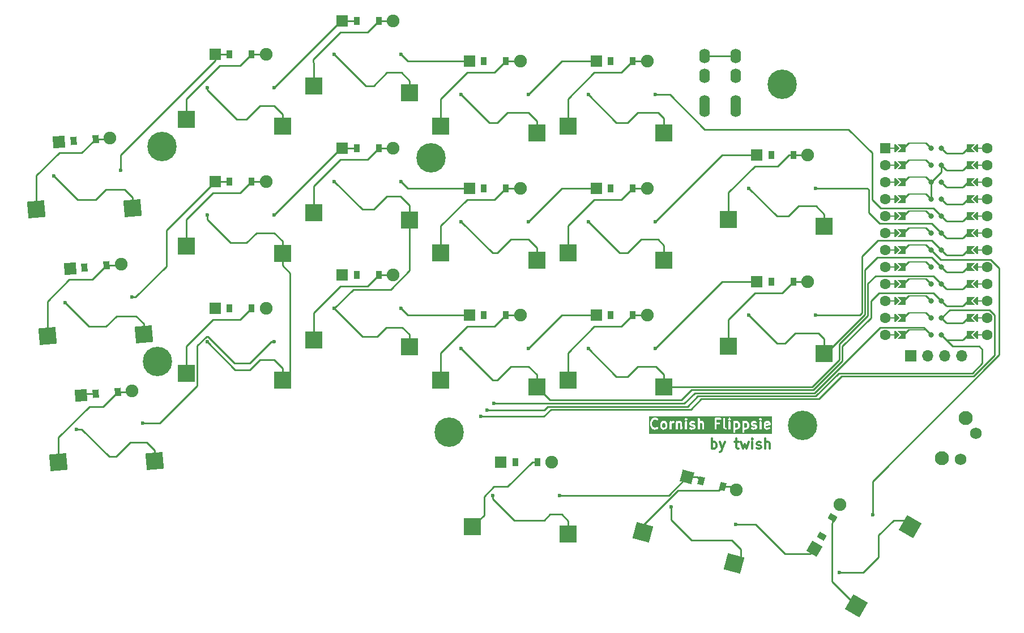
<source format=gbr>
%TF.GenerationSoftware,KiCad,Pcbnew,8.0.0*%
%TF.CreationDate,2024-03-12T02:30:12+01:00*%
%TF.ProjectId,cornish-v1,636f726e-6973-4682-9d76-312e6b696361,v1.0.0*%
%TF.SameCoordinates,Original*%
%TF.FileFunction,Copper,L1,Top*%
%TF.FilePolarity,Positive*%
%FSLAX46Y46*%
G04 Gerber Fmt 4.6, Leading zero omitted, Abs format (unit mm)*
G04 Created by KiCad (PCBNEW 8.0.0) date 2024-03-12 02:30:12*
%MOMM*%
%LPD*%
G01*
G04 APERTURE LIST*
G04 Aperture macros list*
%AMRotRect*
0 Rectangle, with rotation*
0 The origin of the aperture is its center*
0 $1 length*
0 $2 width*
0 $3 Rotation angle, in degrees counterclockwise*
0 Add horizontal line*
21,1,$1,$2,0,0,$3*%
%AMFreePoly0*
4,1,5,0.125000,-0.500000,-0.125000,-0.500000,-0.125000,0.500000,0.125000,0.500000,0.125000,-0.500000,0.125000,-0.500000,$1*%
%AMFreePoly1*
4,1,6,0.600000,0.200000,0.000000,-0.400000,-0.600000,0.200000,-0.600000,0.400000,0.600000,0.400000,0.600000,0.200000,0.600000,0.200000,$1*%
%AMFreePoly2*
4,1,6,0.600000,-0.250000,-0.600000,-0.250000,-0.600000,1.000000,0.000000,0.400000,0.600000,1.000000,0.600000,-0.250000,0.600000,-0.250000,$1*%
%AMFreePoly3*
4,1,45,0.069446,4.167933,0.854389,3.386388,0.869934,3.367446,0.888598,3.322386,0.891000,0.766000,0.888598,0.741614,0.869934,0.696554,0.088388,-0.088388,0.069446,-0.103933,0.064963,-0.105789,0.062500,-0.108253,0.052631,-0.110897,0.024387,-0.122598,0.008964,-0.122598,0.000000,-0.125000,-0.008964,-0.122598,-0.024387,-0.122598,-0.052631,-0.110897,-0.062500,-0.108253,-0.064963,-0.105789,
-0.069446,-0.103933,-0.103933,-0.069446,-0.105789,-0.064963,-0.108253,-0.062500,-0.110897,-0.052631,-0.122598,-0.024387,-0.122598,-0.008964,-0.125000,0.000000,-0.122598,0.008964,-0.122598,0.024387,-0.110897,0.052631,-0.108253,0.062500,-0.105789,0.064963,-0.103933,0.069446,0.643328,0.819956,0.641045,3.249334,-0.088388,3.975612,-0.103933,3.994554,-0.122598,4.039613,-0.122598,4.088387,
-0.103933,4.133446,-0.069446,4.167933,-0.024387,4.186598,0.024387,4.186598,0.069446,4.167933,0.069446,4.167933,$1*%
%AMFreePoly4*
4,1,45,0.069446,4.167933,0.850389,3.390388,0.865934,3.371446,0.884598,3.326386,0.887000,0.762000,0.884598,0.737613,0.865934,0.692554,0.088388,-0.088388,0.069446,-0.103933,0.064963,-0.105789,0.062500,-0.108253,0.052631,-0.110897,0.024387,-0.122598,0.008964,-0.122598,0.000000,-0.125000,-0.008964,-0.122598,-0.024387,-0.122598,-0.052631,-0.110897,-0.062500,-0.108253,-0.064963,-0.105789,
-0.069446,-0.103933,-0.103933,-0.069446,-0.105789,-0.064963,-0.108253,-0.062500,-0.110897,-0.052631,-0.122598,-0.024387,-0.122598,-0.008964,-0.125000,0.000000,-0.122598,0.008964,-0.122598,0.024387,-0.110897,0.052631,-0.108253,0.062500,-0.105789,0.064963,-0.103933,0.069446,0.639328,0.815955,0.637045,3.253333,-0.088388,3.975612,-0.103933,3.994554,-0.122598,4.039613,-0.122598,4.088387,
-0.103933,4.133446,-0.069446,4.167933,-0.024387,4.186598,0.024387,4.186598,0.069446,4.167933,0.069446,4.167933,$1*%
G04 Aperture macros list end*
%ADD10C,0.300000*%
%TA.AperFunction,NonConductor*%
%ADD11C,0.300000*%
%TD*%
%TA.AperFunction,ComponentPad*%
%ADD12C,0.600000*%
%TD*%
%TA.AperFunction,ComponentPad*%
%ADD13C,2.100000*%
%TD*%
%TA.AperFunction,ComponentPad*%
%ADD14C,1.750000*%
%TD*%
%TA.AperFunction,ComponentPad*%
%ADD15C,0.700000*%
%TD*%
%TA.AperFunction,ComponentPad*%
%ADD16C,4.400000*%
%TD*%
%TA.AperFunction,ComponentPad*%
%ADD17R,1.778000X1.778000*%
%TD*%
%TA.AperFunction,SMDPad,CuDef*%
%ADD18R,0.900000X1.200000*%
%TD*%
%TA.AperFunction,ComponentPad*%
%ADD19C,1.905000*%
%TD*%
%TA.AperFunction,ComponentPad*%
%ADD20RotRect,1.778000X1.778000X5.000000*%
%TD*%
%TA.AperFunction,SMDPad,CuDef*%
%ADD21RotRect,0.900000X1.200000X5.000000*%
%TD*%
%TA.AperFunction,SMDPad,CuDef*%
%ADD22R,2.550000X2.500000*%
%TD*%
%TA.AperFunction,ComponentPad*%
%ADD23O,1.600000X2.200000*%
%TD*%
%TA.AperFunction,ComponentPad*%
%ADD24RotRect,1.778000X1.778000X60.000000*%
%TD*%
%TA.AperFunction,SMDPad,CuDef*%
%ADD25RotRect,0.900000X1.200000X60.000000*%
%TD*%
%TA.AperFunction,SMDPad,CuDef*%
%ADD26RotRect,2.550000X2.500000X5.000000*%
%TD*%
%TA.AperFunction,ComponentPad*%
%ADD27C,1.600000*%
%TD*%
%TA.AperFunction,SMDPad,CuDef*%
%ADD28FreePoly0,270.000000*%
%TD*%
%TA.AperFunction,SMDPad,CuDef*%
%ADD29FreePoly1,270.000000*%
%TD*%
%TA.AperFunction,SMDPad,CuDef*%
%ADD30FreePoly1,90.000000*%
%TD*%
%TA.AperFunction,SMDPad,CuDef*%
%ADD31FreePoly0,90.000000*%
%TD*%
%TA.AperFunction,ComponentPad*%
%ADD32R,1.600000X1.600000*%
%TD*%
%TA.AperFunction,SMDPad,CuDef*%
%ADD33FreePoly2,270.000000*%
%TD*%
%TA.AperFunction,SMDPad,CuDef*%
%ADD34FreePoly3,270.000000*%
%TD*%
%TA.AperFunction,ComponentPad*%
%ADD35C,0.800000*%
%TD*%
%TA.AperFunction,SMDPad,CuDef*%
%ADD36FreePoly4,90.000000*%
%TD*%
%TA.AperFunction,SMDPad,CuDef*%
%ADD37FreePoly2,90.000000*%
%TD*%
%TA.AperFunction,SMDPad,CuDef*%
%ADD38RotRect,2.550000X2.500000X345.000000*%
%TD*%
%TA.AperFunction,ComponentPad*%
%ADD39RotRect,1.778000X1.778000X345.000000*%
%TD*%
%TA.AperFunction,SMDPad,CuDef*%
%ADD40RotRect,0.900000X1.200000X345.000000*%
%TD*%
%TA.AperFunction,SMDPad,CuDef*%
%ADD41RotRect,2.550000X2.500000X60.000000*%
%TD*%
%TA.AperFunction,ComponentPad*%
%ADD42R,1.700000X1.700000*%
%TD*%
%TA.AperFunction,ComponentPad*%
%ADD43O,1.700000X1.700000*%
%TD*%
%TA.AperFunction,Conductor*%
%ADD44C,0.250000*%
%TD*%
G04 APERTURE END LIST*
D10*
D11*
X234054510Y-159300828D02*
X234054510Y-157800828D01*
X234054510Y-158372257D02*
X234197368Y-158300828D01*
X234197368Y-158300828D02*
X234483082Y-158300828D01*
X234483082Y-158300828D02*
X234625939Y-158372257D01*
X234625939Y-158372257D02*
X234697368Y-158443685D01*
X234697368Y-158443685D02*
X234768796Y-158586542D01*
X234768796Y-158586542D02*
X234768796Y-159015114D01*
X234768796Y-159015114D02*
X234697368Y-159157971D01*
X234697368Y-159157971D02*
X234625939Y-159229400D01*
X234625939Y-159229400D02*
X234483082Y-159300828D01*
X234483082Y-159300828D02*
X234197368Y-159300828D01*
X234197368Y-159300828D02*
X234054510Y-159229400D01*
X235268796Y-158300828D02*
X235625939Y-159300828D01*
X235983082Y-158300828D02*
X235625939Y-159300828D01*
X235625939Y-159300828D02*
X235483082Y-159657971D01*
X235483082Y-159657971D02*
X235411653Y-159729400D01*
X235411653Y-159729400D02*
X235268796Y-159800828D01*
X237483082Y-158300828D02*
X238054510Y-158300828D01*
X237697367Y-157800828D02*
X237697367Y-159086542D01*
X237697367Y-159086542D02*
X237768796Y-159229400D01*
X237768796Y-159229400D02*
X237911653Y-159300828D01*
X237911653Y-159300828D02*
X238054510Y-159300828D01*
X238411653Y-158300828D02*
X238697368Y-159300828D01*
X238697368Y-159300828D02*
X238983082Y-158586542D01*
X238983082Y-158586542D02*
X239268796Y-159300828D01*
X239268796Y-159300828D02*
X239554510Y-158300828D01*
X240125939Y-159300828D02*
X240125939Y-158300828D01*
X240125939Y-157800828D02*
X240054511Y-157872257D01*
X240054511Y-157872257D02*
X240125939Y-157943685D01*
X240125939Y-157943685D02*
X240197368Y-157872257D01*
X240197368Y-157872257D02*
X240125939Y-157800828D01*
X240125939Y-157800828D02*
X240125939Y-157943685D01*
X240768797Y-159229400D02*
X240911654Y-159300828D01*
X240911654Y-159300828D02*
X241197368Y-159300828D01*
X241197368Y-159300828D02*
X241340225Y-159229400D01*
X241340225Y-159229400D02*
X241411654Y-159086542D01*
X241411654Y-159086542D02*
X241411654Y-159015114D01*
X241411654Y-159015114D02*
X241340225Y-158872257D01*
X241340225Y-158872257D02*
X241197368Y-158800828D01*
X241197368Y-158800828D02*
X240983083Y-158800828D01*
X240983083Y-158800828D02*
X240840225Y-158729400D01*
X240840225Y-158729400D02*
X240768797Y-158586542D01*
X240768797Y-158586542D02*
X240768797Y-158515114D01*
X240768797Y-158515114D02*
X240840225Y-158372257D01*
X240840225Y-158372257D02*
X240983083Y-158300828D01*
X240983083Y-158300828D02*
X241197368Y-158300828D01*
X241197368Y-158300828D02*
X241340225Y-158372257D01*
X242054511Y-159300828D02*
X242054511Y-157800828D01*
X242697369Y-159300828D02*
X242697369Y-158515114D01*
X242697369Y-158515114D02*
X242625940Y-158372257D01*
X242625940Y-158372257D02*
X242483083Y-158300828D01*
X242483083Y-158300828D02*
X242268797Y-158300828D01*
X242268797Y-158300828D02*
X242125940Y-158372257D01*
X242125940Y-158372257D02*
X242054511Y-158443685D01*
D10*
G36*
X237890977Y-155491680D02*
G01*
X237929643Y-155528671D01*
X237976138Y-155618222D01*
X237978389Y-155975855D01*
X237935086Y-156065867D01*
X237898095Y-156104532D01*
X237808368Y-156151119D01*
X237593370Y-156153086D01*
X237560402Y-156137226D01*
X237559134Y-155464676D01*
X237586369Y-155450536D01*
X237801365Y-155448569D01*
X237890977Y-155491680D01*
G37*
G36*
X239248120Y-155491680D02*
G01*
X239286786Y-155528671D01*
X239333281Y-155618222D01*
X239335532Y-155975855D01*
X239292229Y-156065867D01*
X239255238Y-156104532D01*
X239165511Y-156151119D01*
X238950513Y-156153086D01*
X238917545Y-156137226D01*
X238916277Y-155464676D01*
X238943512Y-155450536D01*
X239158508Y-155448569D01*
X239248120Y-155491680D01*
G37*
G36*
X227033834Y-155491680D02*
G01*
X227072500Y-155528671D01*
X227118995Y-155618222D01*
X227121246Y-155975855D01*
X227077943Y-156065867D01*
X227040952Y-156104532D01*
X226951056Y-156151206D01*
X226807284Y-156152908D01*
X226718042Y-156109975D01*
X226679377Y-156072984D01*
X226632882Y-155983434D01*
X226630631Y-155625800D01*
X226673934Y-155535788D01*
X226710923Y-155497125D01*
X226800823Y-155450449D01*
X226944593Y-155448747D01*
X227033834Y-155491680D01*
G37*
G36*
X242513996Y-155482136D02*
G01*
X242542235Y-155536524D01*
X242130846Y-155620431D01*
X242130530Y-155554583D01*
X242164390Y-155484199D01*
X242229227Y-155450536D01*
X242444223Y-155448569D01*
X242513996Y-155482136D01*
G37*
G36*
X243014037Y-157114613D02*
G01*
X224666415Y-157114613D01*
X224666415Y-155443685D01*
X224833082Y-155443685D01*
X224835523Y-155650042D01*
X224833259Y-155665262D01*
X224835916Y-155683232D01*
X224835964Y-155687235D01*
X224836811Y-155689279D01*
X224837561Y-155694351D01*
X224908818Y-155968971D01*
X224909837Y-155983304D01*
X224918225Y-156005224D01*
X224918882Y-156007756D01*
X224919526Y-156008626D01*
X224920346Y-156010767D01*
X224994356Y-156153310D01*
X225001218Y-156169877D01*
X225005953Y-156175647D01*
X225007440Y-156178510D01*
X225010433Y-156181106D01*
X225019873Y-156192608D01*
X225148790Y-156318353D01*
X225150297Y-156321367D01*
X225164582Y-156333757D01*
X225185460Y-156354121D01*
X225190439Y-156356183D01*
X225194511Y-156359715D01*
X225221362Y-156371703D01*
X225435991Y-156440561D01*
X225453818Y-156447946D01*
X225461306Y-156448683D01*
X225464322Y-156449651D01*
X225468276Y-156449369D01*
X225483082Y-156450828D01*
X225627289Y-156448413D01*
X225644699Y-156449651D01*
X225651958Y-156448000D01*
X225655203Y-156447946D01*
X225658860Y-156446430D01*
X225673373Y-156443131D01*
X225865936Y-156376518D01*
X225869489Y-156376518D01*
X225887483Y-156369064D01*
X225914510Y-156359715D01*
X225918583Y-156356181D01*
X225923561Y-156354120D01*
X225946292Y-156335465D01*
X226036374Y-156241306D01*
X226058771Y-156187233D01*
X226058770Y-156128707D01*
X226036373Y-156074635D01*
X225994987Y-156033250D01*
X225940915Y-156010853D01*
X225882389Y-156010854D01*
X225828317Y-156033251D01*
X225805586Y-156051906D01*
X225761594Y-156097888D01*
X225607674Y-156151133D01*
X225512447Y-156152728D01*
X225352332Y-156101359D01*
X225251623Y-156003127D01*
X225198192Y-155900220D01*
X225132974Y-155648873D01*
X225132236Y-155586542D01*
X226333082Y-155586542D01*
X226335635Y-155992225D01*
X226334260Y-155996352D01*
X226335797Y-156017997D01*
X226335964Y-156044378D01*
X226338026Y-156049356D01*
X226338408Y-156054732D01*
X226348918Y-156082196D01*
X226422926Y-156224737D01*
X226429789Y-156241306D01*
X226434524Y-156247076D01*
X226436011Y-156249939D01*
X226439004Y-156252535D01*
X226448444Y-156264037D01*
X226523599Y-156335938D01*
X226533972Y-156347899D01*
X226540195Y-156351816D01*
X226542604Y-156354121D01*
X226546265Y-156355637D01*
X226558857Y-156363564D01*
X226683382Y-156423470D01*
X226685460Y-156425548D01*
X226701582Y-156432226D01*
X226729178Y-156445502D01*
X226734553Y-156445883D01*
X226739532Y-156447946D01*
X226768796Y-156450828D01*
X226961029Y-156448553D01*
X226964320Y-156449650D01*
X226983498Y-156448287D01*
X227012346Y-156447946D01*
X227017324Y-156445883D01*
X227022700Y-156445502D01*
X227050164Y-156434992D01*
X227192705Y-156360983D01*
X227209274Y-156354121D01*
X227215044Y-156349385D01*
X227217907Y-156347899D01*
X227220503Y-156344905D01*
X227232005Y-156335466D01*
X227303906Y-156260310D01*
X227315867Y-156249938D01*
X227319784Y-156243714D01*
X227322089Y-156241306D01*
X227323605Y-156237644D01*
X227331532Y-156225053D01*
X227391438Y-156100527D01*
X227393516Y-156098450D01*
X227400194Y-156082327D01*
X227413470Y-156054732D01*
X227413851Y-156049356D01*
X227415914Y-156044378D01*
X227418796Y-156015114D01*
X227416242Y-155609431D01*
X227417618Y-155605304D01*
X227416080Y-155583658D01*
X227415914Y-155557278D01*
X227413851Y-155552299D01*
X227413470Y-155546924D01*
X227402960Y-155519461D01*
X227328951Y-155376918D01*
X227322088Y-155360349D01*
X227317352Y-155354578D01*
X227315867Y-155351718D01*
X227312875Y-155349123D01*
X227303433Y-155337618D01*
X227264978Y-155300828D01*
X227761653Y-155300828D01*
X227764535Y-156330092D01*
X227786933Y-156384164D01*
X227828317Y-156425548D01*
X227882389Y-156447946D01*
X227940917Y-156447946D01*
X227994989Y-156425548D01*
X228036373Y-156384164D01*
X228058771Y-156330092D01*
X228061653Y-156300828D01*
X228059759Y-155624642D01*
X228102505Y-155535789D01*
X228139495Y-155497125D01*
X228229708Y-155450286D01*
X228369489Y-155447946D01*
X228423561Y-155425548D01*
X228464945Y-155384164D01*
X228487343Y-155330092D01*
X228487343Y-155300828D01*
X228690224Y-155300828D01*
X228693106Y-156330092D01*
X228715504Y-156384164D01*
X228756888Y-156425548D01*
X228810960Y-156447946D01*
X228869488Y-156447946D01*
X228923560Y-156425548D01*
X228964944Y-156384164D01*
X228987342Y-156330092D01*
X228990224Y-156300828D01*
X228987998Y-155506155D01*
X228996637Y-155497125D01*
X229086537Y-155450449D01*
X229230307Y-155448747D01*
X229299709Y-155482136D01*
X229333193Y-155546625D01*
X229335964Y-156330092D01*
X229358362Y-156384164D01*
X229399746Y-156425548D01*
X229453818Y-156447946D01*
X229512346Y-156447946D01*
X229566418Y-156425548D01*
X229607802Y-156384164D01*
X229630200Y-156330092D01*
X229633082Y-156300828D01*
X229630385Y-155538429D01*
X229631904Y-155533875D01*
X229630289Y-155511157D01*
X229630200Y-155485850D01*
X229628136Y-155480869D01*
X229627755Y-155475495D01*
X229617246Y-155448031D01*
X229546689Y-155312139D01*
X229542919Y-155300828D01*
X230047367Y-155300828D01*
X230050249Y-156330092D01*
X230072647Y-156384164D01*
X230114031Y-156425548D01*
X230168103Y-156447946D01*
X230226631Y-156447946D01*
X230280703Y-156425548D01*
X230322087Y-156384164D01*
X230344485Y-156330092D01*
X230347367Y-156300828D01*
X230345167Y-155515114D01*
X230690225Y-155515114D01*
X230691706Y-155566869D01*
X230691403Y-155567780D01*
X230691954Y-155575543D01*
X230693107Y-155615806D01*
X230695169Y-155620784D01*
X230695551Y-155626160D01*
X230706061Y-155653623D01*
X230776614Y-155789510D01*
X230781339Y-155803685D01*
X230787903Y-155811253D01*
X230793154Y-155821367D01*
X230807360Y-155833688D01*
X230819686Y-155847900D01*
X230834490Y-155857218D01*
X230837368Y-155859714D01*
X230839679Y-155860484D01*
X230844572Y-155863564D01*
X230969097Y-155923470D01*
X230971175Y-155925548D01*
X230987297Y-155932226D01*
X231014893Y-155945502D01*
X231020268Y-155945883D01*
X231025247Y-155947946D01*
X231054511Y-155950828D01*
X231230307Y-155948747D01*
X231299709Y-155982136D01*
X231334030Y-156048237D01*
X231334088Y-156050284D01*
X231301772Y-156117457D01*
X231236939Y-156151119D01*
X231021941Y-156153086D01*
X230879843Y-156084726D01*
X230821463Y-156080578D01*
X230765941Y-156099086D01*
X230721726Y-156137433D01*
X230695551Y-156189782D01*
X230691403Y-156248162D01*
X230709911Y-156303684D01*
X230748258Y-156347899D01*
X230773143Y-156363564D01*
X230897668Y-156423470D01*
X230899746Y-156425548D01*
X230915868Y-156432226D01*
X230943464Y-156445502D01*
X230948839Y-156445883D01*
X230953818Y-156447946D01*
X230983082Y-156450828D01*
X231246341Y-156448419D01*
X231250034Y-156449650D01*
X231270462Y-156448198D01*
X231298060Y-156447946D01*
X231303038Y-156445883D01*
X231308414Y-156445502D01*
X231335878Y-156434992D01*
X231471768Y-156364437D01*
X231485937Y-156359714D01*
X231493502Y-156353152D01*
X231503621Y-156347899D01*
X231515943Y-156333690D01*
X231530152Y-156321368D01*
X231539474Y-156306558D01*
X231541967Y-156303684D01*
X231542736Y-156301376D01*
X231545817Y-156296482D01*
X231605725Y-156171954D01*
X231607802Y-156169878D01*
X231614478Y-156153760D01*
X231627756Y-156126161D01*
X231628138Y-156120783D01*
X231630200Y-156115806D01*
X231633082Y-156086542D01*
X231631600Y-156034785D01*
X231631904Y-156033875D01*
X231631352Y-156026113D01*
X231630200Y-155985850D01*
X231628136Y-155980869D01*
X231627755Y-155975495D01*
X231617246Y-155948031D01*
X231546689Y-155812139D01*
X231541967Y-155797973D01*
X231535405Y-155790407D01*
X231530152Y-155780289D01*
X231515942Y-155767965D01*
X231503621Y-155753758D01*
X231488815Y-155744438D01*
X231485937Y-155741942D01*
X231483625Y-155741171D01*
X231478735Y-155738093D01*
X231354210Y-155678186D01*
X231352132Y-155676108D01*
X231336000Y-155669426D01*
X231308415Y-155656155D01*
X231303040Y-155655773D01*
X231298060Y-155653710D01*
X231268796Y-155650828D01*
X231092999Y-155652908D01*
X231023596Y-155619520D01*
X230989276Y-155553419D01*
X230989218Y-155551370D01*
X231021532Y-155484199D01*
X231086537Y-155450449D01*
X231230307Y-155448747D01*
X231372034Y-155516930D01*
X231430414Y-155521079D01*
X231485936Y-155502572D01*
X231530152Y-155464225D01*
X231556326Y-155411876D01*
X231560475Y-155353496D01*
X231541967Y-155297973D01*
X231503621Y-155253758D01*
X231478735Y-155238093D01*
X231354210Y-155178186D01*
X231352132Y-155176108D01*
X231336000Y-155169426D01*
X231308415Y-155156155D01*
X231303040Y-155155773D01*
X231298060Y-155153710D01*
X231268796Y-155150828D01*
X231076562Y-155153102D01*
X231073272Y-155152006D01*
X231054093Y-155153368D01*
X231025247Y-155153710D01*
X231020269Y-155155771D01*
X231014892Y-155156154D01*
X230987429Y-155166664D01*
X230851537Y-155237220D01*
X230837369Y-155241943D01*
X230829803Y-155248504D01*
X230819685Y-155253758D01*
X230807362Y-155267966D01*
X230793154Y-155280289D01*
X230783831Y-155295098D01*
X230781339Y-155297973D01*
X230780569Y-155300280D01*
X230777489Y-155305175D01*
X230717582Y-155429700D01*
X230715505Y-155431778D01*
X230708826Y-155447900D01*
X230695551Y-155475496D01*
X230695169Y-155480871D01*
X230693107Y-155485850D01*
X230690225Y-155515114D01*
X230345167Y-155515114D01*
X230344485Y-155271564D01*
X230322087Y-155217492D01*
X230280703Y-155176108D01*
X230226631Y-155153710D01*
X230168103Y-155153710D01*
X230114031Y-155176108D01*
X230072647Y-155217492D01*
X230050249Y-155271564D01*
X230047367Y-155300828D01*
X229542919Y-155300828D01*
X229541967Y-155297973D01*
X229535405Y-155290407D01*
X229530152Y-155280289D01*
X229515942Y-155267965D01*
X229503621Y-155253758D01*
X229488815Y-155244438D01*
X229485937Y-155241942D01*
X229483625Y-155241171D01*
X229478735Y-155238093D01*
X229354210Y-155178186D01*
X229352132Y-155176108D01*
X229336000Y-155169426D01*
X229308415Y-155156155D01*
X229303040Y-155155773D01*
X229298060Y-155153710D01*
X229268796Y-155150828D01*
X229076561Y-155153102D01*
X229073271Y-155152006D01*
X229054098Y-155153368D01*
X229025246Y-155153710D01*
X229020265Y-155155773D01*
X229014891Y-155156155D01*
X228987427Y-155166664D01*
X228939171Y-155191719D01*
X228923560Y-155176108D01*
X228869488Y-155153710D01*
X228810960Y-155153710D01*
X228756888Y-155176108D01*
X228715504Y-155217492D01*
X228693106Y-155271564D01*
X228690224Y-155300828D01*
X228487343Y-155300828D01*
X228487343Y-155271564D01*
X228464945Y-155217492D01*
X228423561Y-155176108D01*
X228369489Y-155153710D01*
X228340225Y-155150828D01*
X228218699Y-155152862D01*
X228216129Y-155152006D01*
X228199564Y-155153183D01*
X228168104Y-155153710D01*
X228163123Y-155155773D01*
X228157749Y-155156155D01*
X228130285Y-155166664D01*
X228035012Y-155216131D01*
X227994989Y-155176108D01*
X227940917Y-155153710D01*
X227882389Y-155153710D01*
X227828317Y-155176108D01*
X227786933Y-155217492D01*
X227764535Y-155271564D01*
X227761653Y-155300828D01*
X227264978Y-155300828D01*
X227228286Y-155265725D01*
X227217907Y-155253758D01*
X227211678Y-155249837D01*
X227209273Y-155247536D01*
X227205616Y-155246021D01*
X227193021Y-155238093D01*
X227068496Y-155178186D01*
X227066418Y-155176108D01*
X227050286Y-155169426D01*
X227022701Y-155156155D01*
X227017326Y-155155773D01*
X227012346Y-155153710D01*
X226983082Y-155150828D01*
X226790847Y-155153102D01*
X226787557Y-155152006D01*
X226768384Y-155153368D01*
X226739532Y-155153710D01*
X226734551Y-155155773D01*
X226729177Y-155156155D01*
X226701713Y-155166664D01*
X226559169Y-155240674D01*
X226542604Y-155247536D01*
X226536833Y-155252271D01*
X226533971Y-155253758D01*
X226531374Y-155256751D01*
X226519874Y-155266190D01*
X226447976Y-155341339D01*
X226436011Y-155351717D01*
X226432092Y-155357942D01*
X226429790Y-155360349D01*
X226428274Y-155364007D01*
X226420346Y-155376603D01*
X226360439Y-155501128D01*
X226358362Y-155503206D01*
X226351683Y-155519328D01*
X226338408Y-155546924D01*
X226338026Y-155552299D01*
X226335964Y-155557278D01*
X226333082Y-155586542D01*
X225132236Y-155586542D01*
X225130865Y-155470660D01*
X225191225Y-155219749D01*
X225245108Y-155107746D01*
X225346071Y-155004236D01*
X225501343Y-154950522D01*
X225596575Y-154948927D01*
X225757348Y-155000508D01*
X225828317Y-155068406D01*
X225882390Y-155090802D01*
X225940916Y-155090802D01*
X225994988Y-155068406D01*
X226036374Y-155027020D01*
X226058770Y-154972948D01*
X226058770Y-154914422D01*
X226053426Y-154901520D01*
X229978821Y-154901520D01*
X230001218Y-154955592D01*
X230019873Y-154978323D01*
X230114031Y-155068406D01*
X230136428Y-155077682D01*
X230168103Y-155090803D01*
X230226631Y-155090803D01*
X230264865Y-155074965D01*
X230280702Y-155068406D01*
X230280706Y-155068401D01*
X230303432Y-155049752D01*
X230393516Y-154955593D01*
X230393517Y-154955592D01*
X230415914Y-154901520D01*
X230415914Y-154842994D01*
X230398449Y-154800828D01*
X231975939Y-154800828D01*
X231978821Y-156330092D01*
X232001219Y-156384164D01*
X232042603Y-156425548D01*
X232096675Y-156447946D01*
X232155203Y-156447946D01*
X232209275Y-156425548D01*
X232250659Y-156384164D01*
X232273057Y-156330092D01*
X232275939Y-156300828D01*
X232274439Y-155505396D01*
X232282352Y-155497125D01*
X232372252Y-155450449D01*
X232516022Y-155448747D01*
X232585424Y-155482136D01*
X232618908Y-155546625D01*
X232621679Y-156330092D01*
X232644077Y-156384164D01*
X232685461Y-156425548D01*
X232739533Y-156447946D01*
X232798061Y-156447946D01*
X232852133Y-156425548D01*
X232893517Y-156384164D01*
X232915915Y-156330092D01*
X232918797Y-156300828D01*
X232916100Y-155538429D01*
X232917619Y-155533875D01*
X232916004Y-155511157D01*
X232915915Y-155485850D01*
X232913851Y-155480869D01*
X232913470Y-155475495D01*
X232902961Y-155448031D01*
X232832404Y-155312139D01*
X232827682Y-155297973D01*
X232821120Y-155290407D01*
X232815867Y-155280289D01*
X232801657Y-155267965D01*
X232789336Y-155253758D01*
X232774530Y-155244438D01*
X232771652Y-155241942D01*
X232769340Y-155241171D01*
X232764450Y-155238093D01*
X232639925Y-155178186D01*
X232637847Y-155176108D01*
X232621715Y-155169426D01*
X232594130Y-155156155D01*
X232588755Y-155155773D01*
X232583775Y-155153710D01*
X232554511Y-155150828D01*
X232362276Y-155153102D01*
X232358986Y-155152006D01*
X232339813Y-155153368D01*
X232310961Y-155153710D01*
X232305980Y-155155773D01*
X232300606Y-155156155D01*
X232273801Y-155166411D01*
X232273112Y-154800828D01*
X234475939Y-154800828D01*
X234478821Y-156330092D01*
X234501219Y-156384164D01*
X234542603Y-156425548D01*
X234596675Y-156447946D01*
X234655203Y-156447946D01*
X234709275Y-156425548D01*
X234750659Y-156384164D01*
X234773057Y-156330092D01*
X234775939Y-156300828D01*
X234774739Y-155664303D01*
X235155203Y-155662232D01*
X235209275Y-155639834D01*
X235250659Y-155598450D01*
X235273057Y-155544378D01*
X235273057Y-155485850D01*
X235250659Y-155431778D01*
X235209275Y-155390394D01*
X235155203Y-155367996D01*
X235125939Y-155365114D01*
X234774179Y-155367029D01*
X234773393Y-154950256D01*
X235369489Y-154947946D01*
X235423561Y-154925548D01*
X235464945Y-154884164D01*
X235487343Y-154830092D01*
X235487343Y-154800828D01*
X235761653Y-154800828D01*
X235764419Y-156063015D01*
X235762831Y-156067780D01*
X235764480Y-156090997D01*
X235764535Y-156115806D01*
X235766596Y-156120783D01*
X235766979Y-156126161D01*
X235777489Y-156153624D01*
X235848045Y-156289515D01*
X235852768Y-156303684D01*
X235859329Y-156311249D01*
X235864583Y-156321368D01*
X235878794Y-156333692D01*
X235891115Y-156347899D01*
X235905922Y-156357220D01*
X235908798Y-156359714D01*
X235911106Y-156360483D01*
X235916000Y-156363564D01*
X236086321Y-156445502D01*
X236144701Y-156449650D01*
X236200224Y-156431142D01*
X236244439Y-156392795D01*
X236270613Y-156340446D01*
X236274761Y-156282066D01*
X236256253Y-156226544D01*
X236217907Y-156182329D01*
X236193021Y-156166664D01*
X236095024Y-156119520D01*
X236061584Y-156055112D01*
X236059931Y-155300828D01*
X236547367Y-155300828D01*
X236550249Y-156330092D01*
X236572647Y-156384164D01*
X236614031Y-156425548D01*
X236668103Y-156447946D01*
X236726631Y-156447946D01*
X236780703Y-156425548D01*
X236822087Y-156384164D01*
X236844485Y-156330092D01*
X236847367Y-156300828D01*
X236844567Y-155300828D01*
X237261653Y-155300828D01*
X237263422Y-156239835D01*
X237262831Y-156248162D01*
X237263441Y-156249994D01*
X237264535Y-156830092D01*
X237286933Y-156884164D01*
X237328317Y-156925548D01*
X237382389Y-156947946D01*
X237440917Y-156947946D01*
X237494989Y-156925548D01*
X237536373Y-156884164D01*
X237558771Y-156830092D01*
X237561653Y-156800828D01*
X237560993Y-156450768D01*
X237817770Y-156448419D01*
X237821463Y-156449650D01*
X237841891Y-156448198D01*
X237869489Y-156447946D01*
X237874467Y-156445883D01*
X237879843Y-156445502D01*
X237907307Y-156434992D01*
X238049848Y-156360983D01*
X238066417Y-156354121D01*
X238072187Y-156349385D01*
X238075050Y-156347899D01*
X238077646Y-156344905D01*
X238089148Y-156335466D01*
X238161049Y-156260310D01*
X238173010Y-156249938D01*
X238176927Y-156243714D01*
X238179232Y-156241306D01*
X238180748Y-156237644D01*
X238188675Y-156225053D01*
X238248581Y-156100527D01*
X238250659Y-156098450D01*
X238257337Y-156082327D01*
X238270613Y-156054732D01*
X238270994Y-156049356D01*
X238273057Y-156044378D01*
X238275939Y-156015114D01*
X238273385Y-155609431D01*
X238274761Y-155605304D01*
X238273223Y-155583658D01*
X238273057Y-155557278D01*
X238270994Y-155552299D01*
X238270613Y-155546924D01*
X238260103Y-155519461D01*
X238186094Y-155376918D01*
X238179231Y-155360349D01*
X238174495Y-155354578D01*
X238173010Y-155351718D01*
X238170018Y-155349123D01*
X238160576Y-155337618D01*
X238122121Y-155300828D01*
X238618796Y-155300828D01*
X238620565Y-156239835D01*
X238619974Y-156248162D01*
X238620584Y-156249994D01*
X238621678Y-156830092D01*
X238644076Y-156884164D01*
X238685460Y-156925548D01*
X238739532Y-156947946D01*
X238798060Y-156947946D01*
X238852132Y-156925548D01*
X238893516Y-156884164D01*
X238915914Y-156830092D01*
X238918796Y-156800828D01*
X238918136Y-156450768D01*
X239174913Y-156448419D01*
X239178606Y-156449650D01*
X239199034Y-156448198D01*
X239226632Y-156447946D01*
X239231610Y-156445883D01*
X239236986Y-156445502D01*
X239264450Y-156434992D01*
X239406991Y-156360983D01*
X239423560Y-156354121D01*
X239429330Y-156349385D01*
X239432193Y-156347899D01*
X239434789Y-156344905D01*
X239446291Y-156335466D01*
X239518192Y-156260310D01*
X239530153Y-156249938D01*
X239534070Y-156243714D01*
X239536375Y-156241306D01*
X239537891Y-156237644D01*
X239545818Y-156225053D01*
X239605724Y-156100527D01*
X239607802Y-156098450D01*
X239614480Y-156082327D01*
X239627756Y-156054732D01*
X239628137Y-156049356D01*
X239630200Y-156044378D01*
X239633082Y-156015114D01*
X239630528Y-155609431D01*
X239631904Y-155605304D01*
X239630366Y-155583658D01*
X239630200Y-155557278D01*
X239628137Y-155552299D01*
X239627756Y-155546924D01*
X239617246Y-155519461D01*
X239614989Y-155515114D01*
X239904511Y-155515114D01*
X239905992Y-155566869D01*
X239905689Y-155567780D01*
X239906240Y-155575543D01*
X239907393Y-155615806D01*
X239909455Y-155620784D01*
X239909837Y-155626160D01*
X239920347Y-155653623D01*
X239990900Y-155789510D01*
X239995625Y-155803685D01*
X240002189Y-155811253D01*
X240007440Y-155821367D01*
X240021646Y-155833688D01*
X240033972Y-155847900D01*
X240048776Y-155857218D01*
X240051654Y-155859714D01*
X240053965Y-155860484D01*
X240058858Y-155863564D01*
X240183383Y-155923470D01*
X240185461Y-155925548D01*
X240201583Y-155932226D01*
X240229179Y-155945502D01*
X240234554Y-155945883D01*
X240239533Y-155947946D01*
X240268797Y-155950828D01*
X240444593Y-155948747D01*
X240513995Y-155982136D01*
X240548316Y-156048237D01*
X240548374Y-156050284D01*
X240516058Y-156117457D01*
X240451225Y-156151119D01*
X240236227Y-156153086D01*
X240094129Y-156084726D01*
X240035749Y-156080578D01*
X239980227Y-156099086D01*
X239936012Y-156137433D01*
X239909837Y-156189782D01*
X239905689Y-156248162D01*
X239924197Y-156303684D01*
X239962544Y-156347899D01*
X239987429Y-156363564D01*
X240111954Y-156423470D01*
X240114032Y-156425548D01*
X240130154Y-156432226D01*
X240157750Y-156445502D01*
X240163125Y-156445883D01*
X240168104Y-156447946D01*
X240197368Y-156450828D01*
X240460627Y-156448419D01*
X240464320Y-156449650D01*
X240484748Y-156448198D01*
X240512346Y-156447946D01*
X240517324Y-156445883D01*
X240522700Y-156445502D01*
X240550164Y-156434992D01*
X240686054Y-156364437D01*
X240700223Y-156359714D01*
X240707788Y-156353152D01*
X240717907Y-156347899D01*
X240730229Y-156333690D01*
X240744438Y-156321368D01*
X240753760Y-156306558D01*
X240756253Y-156303684D01*
X240757022Y-156301376D01*
X240760103Y-156296482D01*
X240820011Y-156171954D01*
X240822088Y-156169878D01*
X240828764Y-156153760D01*
X240842042Y-156126161D01*
X240842424Y-156120783D01*
X240844486Y-156115806D01*
X240847368Y-156086542D01*
X240845886Y-156034785D01*
X240846190Y-156033875D01*
X240845638Y-156026113D01*
X240844486Y-155985850D01*
X240842422Y-155980869D01*
X240842041Y-155975495D01*
X240831532Y-155948031D01*
X240760975Y-155812139D01*
X240756253Y-155797973D01*
X240749691Y-155790407D01*
X240744438Y-155780289D01*
X240730228Y-155767965D01*
X240717907Y-155753758D01*
X240703101Y-155744438D01*
X240700223Y-155741942D01*
X240697911Y-155741171D01*
X240693021Y-155738093D01*
X240568496Y-155678186D01*
X240566418Y-155676108D01*
X240550286Y-155669426D01*
X240522701Y-155656155D01*
X240517326Y-155655773D01*
X240512346Y-155653710D01*
X240483082Y-155650828D01*
X240307285Y-155652908D01*
X240237882Y-155619520D01*
X240203562Y-155553419D01*
X240203504Y-155551370D01*
X240235818Y-155484199D01*
X240300823Y-155450449D01*
X240444593Y-155448747D01*
X240586320Y-155516930D01*
X240644700Y-155521079D01*
X240700222Y-155502572D01*
X240744438Y-155464225D01*
X240770612Y-155411876D01*
X240774761Y-155353496D01*
X240757205Y-155300828D01*
X241190225Y-155300828D01*
X241193107Y-156330092D01*
X241215505Y-156384164D01*
X241256889Y-156425548D01*
X241310961Y-156447946D01*
X241369489Y-156447946D01*
X241423561Y-156425548D01*
X241464945Y-156384164D01*
X241487343Y-156330092D01*
X241490225Y-156300828D01*
X241488825Y-155800984D01*
X241833083Y-155800984D01*
X241834488Y-155808010D01*
X241835713Y-156063422D01*
X241834261Y-156067780D01*
X241835841Y-156090021D01*
X241835965Y-156115806D01*
X241838027Y-156120784D01*
X241838409Y-156126160D01*
X241848919Y-156153623D01*
X241919472Y-156289510D01*
X241924197Y-156303685D01*
X241930761Y-156311253D01*
X241936012Y-156321367D01*
X241950218Y-156333688D01*
X241962544Y-156347900D01*
X241977348Y-156357218D01*
X241980226Y-156359714D01*
X241982537Y-156360484D01*
X241987430Y-156363564D01*
X242111955Y-156423470D01*
X242114033Y-156425548D01*
X242130155Y-156432226D01*
X242157751Y-156445502D01*
X242163126Y-156445883D01*
X242168105Y-156447946D01*
X242197369Y-156450828D01*
X242460628Y-156448419D01*
X242464321Y-156449650D01*
X242484749Y-156448198D01*
X242512347Y-156447946D01*
X242517325Y-156445883D01*
X242522701Y-156445502D01*
X242550165Y-156434992D01*
X242717908Y-156347899D01*
X242756254Y-156303684D01*
X242774762Y-156248162D01*
X242770614Y-156189782D01*
X242744440Y-156137433D01*
X242700225Y-156099086D01*
X242644702Y-156080578D01*
X242586322Y-156084726D01*
X242558859Y-156095236D01*
X242451226Y-156151119D01*
X242236228Y-156153086D01*
X242166454Y-156119520D01*
X242132931Y-156054953D01*
X242132300Y-155923480D01*
X242712771Y-155805089D01*
X242726633Y-155805089D01*
X242740078Y-155799519D01*
X242754917Y-155796493D01*
X242767128Y-155788314D01*
X242780705Y-155782691D01*
X242791206Y-155772189D01*
X242803547Y-155763925D01*
X242811699Y-155751697D01*
X242822089Y-155741307D01*
X242827771Y-155727587D01*
X242836011Y-155715229D01*
X242838863Y-155700811D01*
X242844487Y-155687235D01*
X242847369Y-155657971D01*
X242847366Y-155657830D01*
X242847370Y-155657814D01*
X242847366Y-155657794D01*
X242845334Y-155536445D01*
X242846191Y-155533875D01*
X242845013Y-155517310D01*
X242844487Y-155485850D01*
X242842423Y-155480869D01*
X242842042Y-155475495D01*
X242831533Y-155448031D01*
X242760976Y-155312139D01*
X242756254Y-155297973D01*
X242749692Y-155290407D01*
X242744439Y-155280289D01*
X242730229Y-155267965D01*
X242717908Y-155253758D01*
X242703102Y-155244438D01*
X242700224Y-155241942D01*
X242697912Y-155241171D01*
X242693022Y-155238093D01*
X242568497Y-155178186D01*
X242566419Y-155176108D01*
X242550287Y-155169426D01*
X242522702Y-155156155D01*
X242517327Y-155155773D01*
X242512347Y-155153710D01*
X242483083Y-155150828D01*
X242219822Y-155153236D01*
X242216130Y-155152006D01*
X242195701Y-155153457D01*
X242168105Y-155153710D01*
X242163127Y-155155771D01*
X242157750Y-155156154D01*
X242130287Y-155166664D01*
X241994395Y-155237220D01*
X241980227Y-155241943D01*
X241972661Y-155248504D01*
X241962543Y-155253758D01*
X241950220Y-155267966D01*
X241936012Y-155280289D01*
X241926689Y-155295098D01*
X241924197Y-155297973D01*
X241923427Y-155300280D01*
X241920347Y-155305175D01*
X241860440Y-155429700D01*
X241858363Y-155431778D01*
X241851684Y-155447900D01*
X241838409Y-155475496D01*
X241838027Y-155480871D01*
X241835965Y-155485850D01*
X241833083Y-155515114D01*
X241834422Y-155794215D01*
X241833083Y-155800984D01*
X241488825Y-155800984D01*
X241487343Y-155271564D01*
X241464945Y-155217492D01*
X241423561Y-155176108D01*
X241369489Y-155153710D01*
X241310961Y-155153710D01*
X241256889Y-155176108D01*
X241215505Y-155217492D01*
X241193107Y-155271564D01*
X241190225Y-155300828D01*
X240757205Y-155300828D01*
X240756253Y-155297973D01*
X240717907Y-155253758D01*
X240693021Y-155238093D01*
X240568496Y-155178186D01*
X240566418Y-155176108D01*
X240550286Y-155169426D01*
X240522701Y-155156155D01*
X240517326Y-155155773D01*
X240512346Y-155153710D01*
X240483082Y-155150828D01*
X240290848Y-155153102D01*
X240287558Y-155152006D01*
X240268379Y-155153368D01*
X240239533Y-155153710D01*
X240234555Y-155155771D01*
X240229178Y-155156154D01*
X240201715Y-155166664D01*
X240065823Y-155237220D01*
X240051655Y-155241943D01*
X240044089Y-155248504D01*
X240033971Y-155253758D01*
X240021648Y-155267966D01*
X240007440Y-155280289D01*
X239998117Y-155295098D01*
X239995625Y-155297973D01*
X239994855Y-155300280D01*
X239991775Y-155305175D01*
X239931868Y-155429700D01*
X239929791Y-155431778D01*
X239923112Y-155447900D01*
X239909837Y-155475496D01*
X239909455Y-155480871D01*
X239907393Y-155485850D01*
X239904511Y-155515114D01*
X239614989Y-155515114D01*
X239543237Y-155376918D01*
X239536374Y-155360349D01*
X239531638Y-155354578D01*
X239530153Y-155351718D01*
X239527161Y-155349123D01*
X239517719Y-155337618D01*
X239442572Y-155265725D01*
X239432193Y-155253758D01*
X239425964Y-155249837D01*
X239423559Y-155247536D01*
X239419902Y-155246021D01*
X239407307Y-155238093D01*
X239282782Y-155178186D01*
X239280704Y-155176108D01*
X239264572Y-155169426D01*
X239236987Y-155156155D01*
X239231612Y-155155773D01*
X239226632Y-155153710D01*
X239197368Y-155150828D01*
X238934107Y-155153236D01*
X238930415Y-155152006D01*
X238909986Y-155153457D01*
X238882390Y-155153710D01*
X238877412Y-155155771D01*
X238872035Y-155156154D01*
X238844572Y-155166664D01*
X238837809Y-155170175D01*
X238798060Y-155153710D01*
X238739532Y-155153710D01*
X238685460Y-155176108D01*
X238644076Y-155217492D01*
X238621678Y-155271564D01*
X238618796Y-155300828D01*
X238122121Y-155300828D01*
X238085429Y-155265725D01*
X238075050Y-155253758D01*
X238068821Y-155249837D01*
X238066416Y-155247536D01*
X238062759Y-155246021D01*
X238050164Y-155238093D01*
X237925639Y-155178186D01*
X237923561Y-155176108D01*
X237907429Y-155169426D01*
X237879844Y-155156155D01*
X237874469Y-155155773D01*
X237869489Y-155153710D01*
X237840225Y-155150828D01*
X237576964Y-155153236D01*
X237573272Y-155152006D01*
X237552843Y-155153457D01*
X237525247Y-155153710D01*
X237520269Y-155155771D01*
X237514892Y-155156154D01*
X237487429Y-155166664D01*
X237480666Y-155170175D01*
X237440917Y-155153710D01*
X237382389Y-155153710D01*
X237328317Y-155176108D01*
X237286933Y-155217492D01*
X237264535Y-155271564D01*
X237261653Y-155300828D01*
X236844567Y-155300828D01*
X236844485Y-155271564D01*
X236822087Y-155217492D01*
X236780703Y-155176108D01*
X236726631Y-155153710D01*
X236668103Y-155153710D01*
X236614031Y-155176108D01*
X236572647Y-155217492D01*
X236550249Y-155271564D01*
X236547367Y-155300828D01*
X236059931Y-155300828D01*
X236059056Y-154901520D01*
X236478821Y-154901520D01*
X236501218Y-154955592D01*
X236519873Y-154978323D01*
X236614031Y-155068406D01*
X236636428Y-155077682D01*
X236668103Y-155090803D01*
X236726631Y-155090803D01*
X236764865Y-155074965D01*
X236780702Y-155068406D01*
X236780706Y-155068401D01*
X236803432Y-155049752D01*
X236893516Y-154955593D01*
X236893517Y-154955592D01*
X236915914Y-154901520D01*
X241121679Y-154901520D01*
X241144076Y-154955592D01*
X241162731Y-154978323D01*
X241256889Y-155068406D01*
X241279286Y-155077682D01*
X241310961Y-155090803D01*
X241369489Y-155090803D01*
X241407723Y-155074965D01*
X241423560Y-155068406D01*
X241423564Y-155068401D01*
X241446290Y-155049752D01*
X241536374Y-154955593D01*
X241536375Y-154955592D01*
X241558772Y-154901520D01*
X241558772Y-154842994D01*
X241536375Y-154788922D01*
X241517720Y-154766191D01*
X241423560Y-154676107D01*
X241391886Y-154662987D01*
X241369489Y-154653710D01*
X241310961Y-154653710D01*
X241288564Y-154662987D01*
X241256890Y-154676107D01*
X241256889Y-154676108D01*
X241234158Y-154694763D01*
X241144098Y-154788899D01*
X241144076Y-154788922D01*
X241121679Y-154842994D01*
X241121679Y-154901520D01*
X236915914Y-154901520D01*
X236915914Y-154842994D01*
X236893517Y-154788922D01*
X236874862Y-154766191D01*
X236780702Y-154676107D01*
X236749028Y-154662987D01*
X236726631Y-154653710D01*
X236668103Y-154653710D01*
X236645706Y-154662987D01*
X236614032Y-154676107D01*
X236614031Y-154676108D01*
X236591300Y-154694763D01*
X236501240Y-154788899D01*
X236501218Y-154788922D01*
X236478821Y-154842994D01*
X236478821Y-154901520D01*
X236059056Y-154901520D01*
X236058771Y-154771564D01*
X236036373Y-154717492D01*
X235994989Y-154676108D01*
X235940917Y-154653710D01*
X235882389Y-154653710D01*
X235828317Y-154676108D01*
X235786933Y-154717492D01*
X235764535Y-154771564D01*
X235761653Y-154800828D01*
X235487343Y-154800828D01*
X235487343Y-154771564D01*
X235464945Y-154717492D01*
X235423561Y-154676108D01*
X235369489Y-154653710D01*
X235340225Y-154650828D01*
X234596675Y-154653710D01*
X234542603Y-154676108D01*
X234501219Y-154717492D01*
X234478821Y-154771564D01*
X234475939Y-154800828D01*
X232273112Y-154800828D01*
X232273057Y-154771564D01*
X232250659Y-154717492D01*
X232209275Y-154676108D01*
X232155203Y-154653710D01*
X232096675Y-154653710D01*
X232042603Y-154676108D01*
X232001219Y-154717492D01*
X231978821Y-154771564D01*
X231975939Y-154800828D01*
X230398449Y-154800828D01*
X230393517Y-154788922D01*
X230374862Y-154766191D01*
X230280702Y-154676107D01*
X230249028Y-154662987D01*
X230226631Y-154653710D01*
X230168103Y-154653710D01*
X230145706Y-154662987D01*
X230114032Y-154676107D01*
X230114031Y-154676108D01*
X230091300Y-154694763D01*
X230001240Y-154788899D01*
X230001218Y-154788922D01*
X229978821Y-154842994D01*
X229978821Y-154901520D01*
X226053426Y-154901520D01*
X226036374Y-154860349D01*
X226017719Y-154837619D01*
X225959574Y-154781991D01*
X225958724Y-154780290D01*
X225948794Y-154771677D01*
X225923560Y-154747536D01*
X225918580Y-154745473D01*
X225914510Y-154741943D01*
X225887659Y-154729954D01*
X225673037Y-154661097D01*
X225655203Y-154653710D01*
X225647711Y-154652972D01*
X225644700Y-154652006D01*
X225640750Y-154652286D01*
X225625939Y-154650828D01*
X225481723Y-154653242D01*
X225464321Y-154652006D01*
X225457066Y-154653655D01*
X225453818Y-154653710D01*
X225450156Y-154655226D01*
X225435647Y-154658526D01*
X225243087Y-154725139D01*
X225239533Y-154725139D01*
X225221524Y-154732598D01*
X225194511Y-154741943D01*
X225190441Y-154745472D01*
X225185460Y-154747536D01*
X225162730Y-154766191D01*
X225021708Y-154910771D01*
X225007440Y-154923146D01*
X225003439Y-154929501D01*
X225001218Y-154931779D01*
X224999702Y-154935438D01*
X224991775Y-154948032D01*
X224926632Y-155083439D01*
X224918882Y-155093900D01*
X224911038Y-155115854D01*
X224909837Y-155118352D01*
X224909760Y-155119432D01*
X224908989Y-155121591D01*
X224842120Y-155399559D01*
X224835964Y-155414421D01*
X224834175Y-155432586D01*
X224833259Y-155436394D01*
X224833584Y-155438581D01*
X224833082Y-155443685D01*
X224666415Y-155443685D01*
X224666415Y-154484161D01*
X243014037Y-154484161D01*
X243014037Y-157114613D01*
G37*
D12*
%TO.P,REF\u002A\u002A,1*%
%TO.N,P16*%
X199500000Y-154500000D03*
%TD*%
%TO.P,REF\u002A\u002A,1*%
%TO.N,P10*%
X200500000Y-153500000D03*
%TD*%
%TO.P,REF\u002A\u002A,1*%
%TO.N,P9*%
X201500000Y-152500000D03*
%TD*%
D13*
%TO.P,REF\u002A\u002A,*%
%TO.N,*%
X271968597Y-154672468D03*
X268463597Y-160743307D03*
D14*
%TO.P,REF\u002A\u002A,1*%
%TO.N,GND*%
X273500000Y-157000000D03*
%TO.P,REF\u002A\u002A,2*%
%TO.N,RST*%
X271250001Y-160897115D03*
%TD*%
D15*
%TO.P,_46,1*%
%TO.N,N/C*%
X242956795Y-104801108D03*
X243440069Y-103634382D03*
X243440069Y-105967834D03*
X244606795Y-103151108D03*
D16*
X244606795Y-104801108D03*
D15*
X244606795Y-106451108D03*
X245773521Y-103634382D03*
X245773521Y-105967834D03*
X246256795Y-104801108D03*
%TD*%
D17*
%TO.P,D19,1*%
%TO.N,P19*%
X240796796Y-134301108D03*
D18*
X242956796Y-134301108D03*
%TO.P,D19,2*%
%TO.N,media_one*%
X246256796Y-134301108D03*
D19*
X248416796Y-134301108D03*
%TD*%
D12*
%TO.P,REF\u002A\u002A,1*%
%TO.N,P4*%
X258118678Y-169174442D03*
%TD*%
D17*
%TO.P,D10,1*%
%TO.N,P19*%
X197796795Y-139301109D03*
D18*
X199956795Y-139301109D03*
%TO.P,D10,2*%
%TO.N,index_bottom*%
X203256795Y-139301109D03*
D19*
X205416795Y-139301109D03*
%TD*%
D20*
%TO.P,D1,1*%
%TO.N,P19*%
X139792061Y-151288925D03*
D21*
X141943842Y-151100669D03*
%TO.P,D1,2*%
%TO.N,pinky_bottom*%
X145231284Y-150813055D03*
D19*
X147383065Y-150624799D03*
%TD*%
D15*
%TO.P,_43,1*%
%TO.N,N/C*%
X149564777Y-146418645D03*
X149944525Y-145214238D03*
X150147898Y-147538811D03*
X151064691Y-144631117D03*
D16*
X151208498Y-146274838D03*
D15*
X151352305Y-147918559D03*
X152269098Y-145010865D03*
X152472471Y-147335438D03*
X152852219Y-146131031D03*
%TD*%
D17*
%TO.P,D11,1*%
%TO.N,P20*%
X197796795Y-120301109D03*
D18*
X199956795Y-120301109D03*
%TO.P,D11,2*%
%TO.N,index_home*%
X203256795Y-120301109D03*
D19*
X205416795Y-120301109D03*
%TD*%
D12*
%TO.P,REF\u002A\u002A,1*%
%TO.N,P21*%
X206606795Y-106301108D03*
%TD*%
%TO.P,REF\u002A\u002A,1*%
%TO.N,P16*%
X177606796Y-119301109D03*
%TD*%
%TO.P,REF\u002A\u002A,1*%
%TO.N,P19*%
X187606795Y-138301108D03*
%TD*%
%TO.P,REF\u002A\u002A,1*%
%TO.N,P14*%
X196606795Y-144301108D03*
%TD*%
D15*
%TO.P,_45,1*%
%TO.N,N/C*%
X193156795Y-156801109D03*
X193640069Y-155634383D03*
X193640069Y-157967835D03*
X194806795Y-155151109D03*
D16*
X194806795Y-156801109D03*
D15*
X194806795Y-158451109D03*
X195973521Y-155634383D03*
X195973521Y-157967835D03*
X196456795Y-156801109D03*
%TD*%
D12*
%TO.P,REF\u002A\u002A,1*%
%TO.N,P20*%
X147348357Y-136574357D03*
%TD*%
%TO.P,REF\u002A\u002A,1*%
%TO.N,P16*%
X177606796Y-100301109D03*
%TD*%
D22*
%TO.P,S10,1*%
%TO.N,P14*%
X207876795Y-150051109D03*
%TO.P,S10,2*%
%TO.N,index_bottom*%
X193536795Y-149001109D03*
%TD*%
D12*
%TO.P,REF\u002A\u002A,1*%
%TO.N,P20*%
X206606795Y-125301108D03*
%TD*%
D15*
%TO.P,_47,1*%
%TO.N,N/C*%
X245956795Y-155801108D03*
X246440069Y-154634382D03*
X246440069Y-156967834D03*
X247606795Y-154151108D03*
D16*
X247606795Y-155801108D03*
D15*
X247606795Y-157451108D03*
X248773521Y-154634382D03*
X248773521Y-156967834D03*
X249256795Y-155801108D03*
%TD*%
D22*
%TO.P,S4,1*%
%TO.N,P10*%
X169876796Y-149051108D03*
%TO.P,S4,2*%
%TO.N,ring_bottom*%
X155536796Y-148001108D03*
%TD*%
D23*
%TO.P,TRRS1,1*%
%TO.N,GND*%
X233006795Y-108601108D03*
X237606795Y-108601108D03*
%TO.P,TRRS1,2*%
X233006795Y-107501108D03*
X237606795Y-107501107D03*
%TO.P,TRRS1,3*%
%TO.N,P1*%
X233006795Y-103501108D03*
X237606795Y-103501108D03*
%TO.P,TRRS1,4*%
%TO.N,VCC*%
X233006795Y-100501108D03*
X237606795Y-100501108D03*
%TD*%
D24*
%TO.P,D18,1*%
%TO.N,P4*%
X249383551Y-174304125D03*
D25*
X250463551Y-172433511D03*
%TO.P,D18,2*%
%TO.N,space_cluster*%
X252113551Y-169575627D03*
D19*
X253193551Y-167705013D03*
%TD*%
D12*
%TO.P,REF\u002A\u002A,1*%
%TO.N,P21*%
X168606795Y-105301108D03*
%TD*%
%TO.P,REF\u002A\u002A,1*%
%TO.N,P18*%
X253118678Y-177834696D03*
%TD*%
%TO.P,REF\u002A\u002A,1*%
%TO.N,P19*%
X225606795Y-144301108D03*
%TD*%
D22*
%TO.P,S11,1*%
%TO.N,P14*%
X207876795Y-131051109D03*
%TO.P,S11,2*%
%TO.N,index_home*%
X193536795Y-130001109D03*
%TD*%
D17*
%TO.P,D13,1*%
%TO.N,P19*%
X216796795Y-139301109D03*
D18*
X218956795Y-139301109D03*
%TO.P,D13,2*%
%TO.N,index2_bottom*%
X222256795Y-139301109D03*
D19*
X224416795Y-139301109D03*
%TD*%
D12*
%TO.P,REF\u002A\u002A,1*%
%TO.N,P4*%
X211306795Y-166301108D03*
%TD*%
D26*
%TO.P,S3,1*%
%TO.N,P9*%
X147458710Y-123264090D03*
%TO.P,S3,2*%
%TO.N,pinky_top*%
X133081765Y-123467899D03*
%TD*%
D12*
%TO.P,REF\u002A\u002A,1*%
%TO.N,P15*%
X227945754Y-168043491D03*
%TD*%
%TO.P,REF\u002A\u002A,1*%
%TO.N,P10*%
X158606796Y-105301108D03*
%TD*%
D22*
%TO.P,S12,1*%
%TO.N,P14*%
X207876795Y-112051109D03*
%TO.P,S12,2*%
%TO.N,index_top*%
X193536795Y-111001109D03*
%TD*%
D12*
%TO.P,REF\u002A\u002A,1*%
%TO.N,P15*%
X215606795Y-125301108D03*
%TD*%
D17*
%TO.P,D20,1*%
%TO.N,P20*%
X240796796Y-115301108D03*
D18*
X242956796Y-115301108D03*
%TO.P,D20,2*%
%TO.N,media_two*%
X246256796Y-115301108D03*
D19*
X248416796Y-115301108D03*
%TD*%
D22*
%TO.P,S13,1*%
%TO.N,P15*%
X226876795Y-150051109D03*
%TO.P,S13,2*%
%TO.N,index2_bottom*%
X212536795Y-149001109D03*
%TD*%
D17*
%TO.P,D15,1*%
%TO.N,P21*%
X216796795Y-101301109D03*
D18*
X218956795Y-101301109D03*
%TO.P,D15,2*%
%TO.N,index2_top*%
X222256795Y-101301109D03*
D19*
X224416795Y-101301109D03*
%TD*%
D12*
%TO.P,REF\u002A\u002A,1*%
%TO.N,P19*%
X149004316Y-155502057D03*
%TD*%
D22*
%TO.P,S19,1*%
%TO.N,P18*%
X250876795Y-145051109D03*
%TO.P,S19,2*%
%TO.N,media_one*%
X236536795Y-144001109D03*
%TD*%
D12*
%TO.P,REF\u002A\u002A,1*%
%TO.N,P18*%
X239606795Y-139301109D03*
%TD*%
%TO.P,REF\u002A\u002A,1*%
%TO.N,P16*%
X177606796Y-138301109D03*
%TD*%
%TO.P,REF\u002A\u002A,1*%
%TO.N,P14*%
X201306795Y-166301108D03*
%TD*%
%TO.P,REF\u002A\u002A,1*%
%TO.N,P21*%
X225606795Y-106301108D03*
%TD*%
%TO.P,REF\u002A\u002A,1*%
%TO.N,P21*%
X145692397Y-117646658D03*
%TD*%
%TO.P,REF\u002A\u002A,1*%
%TO.N,P10*%
X158606796Y-124301109D03*
%TD*%
%TO.P,REF\u002A\u002A,1*%
%TO.N,P15*%
X215606795Y-106301108D03*
%TD*%
%TO.P,REF\u002A\u002A,1*%
%TO.N,P9*%
X135730450Y-118518216D03*
%TD*%
%TO.P,REF\u002A\u002A,1*%
%TO.N,P10*%
X158606795Y-143301108D03*
%TD*%
D17*
%TO.P,D7,1*%
%TO.N,P19*%
X178796795Y-133301108D03*
D18*
X180956795Y-133301108D03*
%TO.P,D7,2*%
%TO.N,middle_bottom*%
X184256795Y-133301108D03*
D19*
X186416795Y-133301108D03*
%TD*%
D12*
%TO.P,REF\u002A\u002A,1*%
%TO.N,P20*%
X249606795Y-120301108D03*
%TD*%
D17*
%TO.P,D12,1*%
%TO.N,P21*%
X197796795Y-101301109D03*
D18*
X199956795Y-101301109D03*
%TO.P,D12,2*%
%TO.N,index_top*%
X203256795Y-101301109D03*
D19*
X205416795Y-101301109D03*
%TD*%
D27*
%TO.P,_41,*%
%TO.N,*%
X275226794Y-114331108D03*
D28*
X273956795Y-114331108D03*
D29*
X273448795Y-114331108D03*
D30*
X261764795Y-114331108D03*
D31*
X261256795Y-114331108D03*
D27*
X259986795Y-114331108D03*
D32*
X259986795Y-114331108D03*
D27*
X275226795Y-116871108D03*
D28*
X273956795Y-116871108D03*
D29*
X273448795Y-116871108D03*
D30*
X261764795Y-116871108D03*
D31*
X261256795Y-116871108D03*
D27*
X259986795Y-116871108D03*
X275226795Y-119411108D03*
D28*
X273956795Y-119411108D03*
D29*
X273448795Y-119411108D03*
D30*
X261764795Y-119411108D03*
D31*
X261256795Y-119411108D03*
D27*
X259986795Y-119411108D03*
X259986795Y-121951107D03*
X275226795Y-121951108D03*
D29*
X273448795Y-121951108D03*
D30*
X261764795Y-121951108D03*
D31*
X261256796Y-121951108D03*
D28*
X273956795Y-121951109D03*
D27*
X275226795Y-124491108D03*
D28*
X273956795Y-124491108D03*
D29*
X273448795Y-124491108D03*
D30*
X261764794Y-124491108D03*
D31*
X261256795Y-124491108D03*
D27*
X259986795Y-124491108D03*
X275226795Y-127031108D03*
D28*
X273956795Y-127031108D03*
D29*
X273448795Y-127031108D03*
D30*
X261764795Y-127031108D03*
D31*
X261256795Y-127031108D03*
D27*
X259986795Y-127031108D03*
X275226795Y-129571108D03*
D28*
X273956795Y-129571108D03*
D29*
X273448795Y-129571108D03*
D30*
X261764795Y-129571108D03*
D31*
X261256795Y-129571108D03*
D27*
X259986795Y-129571108D03*
X275226795Y-132111108D03*
D28*
X273956795Y-132111108D03*
D29*
X273448796Y-132111108D03*
D30*
X261764795Y-132111108D03*
D31*
X261256795Y-132111108D03*
D27*
X259986795Y-132111108D03*
D31*
X261256795Y-134651107D03*
D28*
X273956794Y-134651108D03*
D29*
X273448795Y-134651108D03*
D30*
X261764795Y-134651108D03*
D27*
X259986795Y-134651108D03*
X275226795Y-134651109D03*
X275226795Y-137191108D03*
D28*
X273956795Y-137191108D03*
D29*
X273448795Y-137191108D03*
D30*
X261764795Y-137191108D03*
D31*
X261256795Y-137191108D03*
D27*
X259986795Y-137191108D03*
X275226795Y-139731108D03*
D28*
X273956795Y-139731108D03*
D29*
X273448795Y-139731108D03*
D30*
X261764795Y-139731108D03*
D31*
X261256795Y-139731108D03*
D27*
X259986795Y-139731108D03*
X275226795Y-142271108D03*
D28*
X273956795Y-142271108D03*
D29*
X273448795Y-142271108D03*
D30*
X261764795Y-142271108D03*
D31*
X261256795Y-142271108D03*
D27*
X259986796Y-142271108D03*
D33*
%TO.P,_41,1*%
%TO.N,RAW*%
X272432795Y-114331108D03*
D34*
X268368795Y-114331108D03*
D35*
X268368795Y-114331108D03*
D33*
%TO.P,_41,2*%
%TO.N,GND*%
X272432795Y-116871108D03*
D34*
X268368795Y-116871108D03*
D35*
X268368795Y-116871108D03*
D33*
%TO.P,_41,3*%
%TO.N,RST*%
X272432795Y-119411108D03*
D34*
X268368795Y-119411108D03*
D35*
X268368795Y-119411108D03*
D33*
%TO.P,_41,4*%
%TO.N,VCC*%
X272432795Y-121951108D03*
D34*
X268368795Y-121951109D03*
D35*
X268368795Y-121951109D03*
D33*
%TO.P,_41,5*%
%TO.N,P21*%
X272432795Y-124491108D03*
D34*
X268368795Y-124491108D03*
D35*
X268368795Y-124491108D03*
D33*
%TO.P,_41,6*%
%TO.N,P20*%
X272432795Y-127031108D03*
D34*
X268368795Y-127031108D03*
D35*
X268368795Y-127031108D03*
D33*
%TO.P,_41,7*%
%TO.N,P19*%
X272432795Y-129571108D03*
D34*
X268368795Y-129571108D03*
D35*
X268368795Y-129571108D03*
D33*
%TO.P,_41,8*%
%TO.N,P18*%
X272432795Y-132111108D03*
D34*
X268368795Y-132111108D03*
D35*
X268368795Y-132111108D03*
D33*
%TO.P,_41,9*%
%TO.N,P15*%
X272432795Y-134651108D03*
D34*
X268368796Y-134651108D03*
D35*
X268368796Y-134651108D03*
D33*
%TO.P,_41,10*%
%TO.N,P14*%
X272432795Y-137191108D03*
D34*
X268368795Y-137191108D03*
D35*
X268368795Y-137191108D03*
D33*
%TO.P,_41,11*%
%TO.N,P16*%
X272432795Y-139731108D03*
D34*
X268368795Y-139731108D03*
D35*
X268368795Y-139731108D03*
D34*
%TO.P,_41,12*%
%TO.N,P10*%
X268368795Y-142271108D03*
D35*
X268368795Y-142271108D03*
D33*
X272432795Y-142271109D03*
D36*
%TO.P,_41,13*%
%TO.N,P9*%
X266844795Y-142271108D03*
D35*
X266844795Y-142271108D03*
D37*
X262780795Y-142271108D03*
D36*
%TO.P,_41,14*%
%TO.N,P8*%
X266844795Y-139731108D03*
D35*
X266844795Y-139731108D03*
D37*
X262780795Y-139731108D03*
D36*
%TO.P,_41,15*%
%TO.N,P7*%
X266844795Y-137191108D03*
D35*
X266844795Y-137191108D03*
D37*
X262780795Y-137191108D03*
D36*
%TO.P,_41,16*%
%TO.N,P6*%
X266844795Y-134651107D03*
D35*
X266844795Y-134651107D03*
D37*
X262780795Y-134651108D03*
D36*
%TO.P,_41,17*%
%TO.N,P5*%
X266844795Y-132111108D03*
D35*
X266844795Y-132111108D03*
D37*
X262780795Y-132111108D03*
D36*
%TO.P,_41,18*%
%TO.N,P4*%
X266844795Y-129571108D03*
D35*
X266844795Y-129571108D03*
D37*
X262780795Y-129571108D03*
D36*
%TO.P,_41,19*%
%TO.N,P3*%
X266844795Y-127031108D03*
D35*
X266844795Y-127031108D03*
D37*
X262780795Y-127031108D03*
D36*
%TO.P,_41,20*%
%TO.N,P2*%
X266844795Y-124491108D03*
D35*
X266844795Y-124491108D03*
D37*
X262780795Y-124491108D03*
D36*
%TO.P,_41,21*%
%TO.N,GND*%
X266844794Y-121951108D03*
D35*
X266844794Y-121951108D03*
D37*
X262780795Y-121951108D03*
D36*
%TO.P,_41,22*%
X266844795Y-119411108D03*
D35*
X266844795Y-119411108D03*
D37*
X262780795Y-119411108D03*
D36*
%TO.P,_41,23*%
%TO.N,P0*%
X266844795Y-116871108D03*
D35*
X266844795Y-116871108D03*
D37*
X262780795Y-116871108D03*
%TO.P,_41,24*%
%TO.N,P1*%
X262780795Y-114331107D03*
D36*
X266844795Y-114331108D03*
D35*
X266844795Y-114331108D03*
%TD*%
D12*
%TO.P,REF\u002A\u002A,1*%
%TO.N,P14*%
X196606795Y-106301108D03*
%TD*%
%TO.P,REF\u002A\u002A,1*%
%TO.N,P19*%
X206606795Y-144301108D03*
%TD*%
D26*
%TO.P,S2,1*%
%TO.N,P9*%
X149114669Y-142191790D03*
%TO.P,S2,2*%
%TO.N,pinky_home*%
X134737724Y-142395599D03*
%TD*%
D12*
%TO.P,REF\u002A\u002A,1*%
%TO.N,P9*%
X137386409Y-137445915D03*
%TD*%
D38*
%TO.P,S17,1*%
%TO.N,P15*%
X237343529Y-176514455D03*
%TO.P,S17,2*%
%TO.N,layer_cluster*%
X223763913Y-171788768D03*
%TD*%
D17*
%TO.P,D14,1*%
%TO.N,P20*%
X216796795Y-120301109D03*
D18*
X218956795Y-120301109D03*
%TO.P,D14,2*%
%TO.N,index2_home*%
X222256795Y-120301109D03*
D19*
X224416795Y-120301109D03*
%TD*%
D12*
%TO.P,REF\u002A\u002A,1*%
%TO.N,P19*%
X249606795Y-139301108D03*
%TD*%
D22*
%TO.P,S16,1*%
%TO.N,P14*%
X212576795Y-172051109D03*
%TO.P,S16,2*%
%TO.N,mod_cluster*%
X198236795Y-171001109D03*
%TD*%
D17*
%TO.P,D6,1*%
%TO.N,P21*%
X159796796Y-100301108D03*
D18*
X161956796Y-100301108D03*
%TO.P,D6,2*%
%TO.N,ring_top*%
X165256796Y-100301108D03*
D19*
X167416796Y-100301108D03*
%TD*%
D22*
%TO.P,S7,1*%
%TO.N,P16*%
X188876796Y-144051108D03*
%TO.P,S7,2*%
%TO.N,middle_bottom*%
X174536796Y-143001108D03*
%TD*%
D15*
%TO.P,_42,1*%
%TO.N,N/C*%
X150262475Y-114235368D03*
X150642223Y-113030961D03*
X150845596Y-115355534D03*
X151762389Y-112447840D03*
D16*
X151906196Y-114091561D03*
D15*
X152050003Y-115735282D03*
X152966796Y-112827588D03*
X153170169Y-115152161D03*
X153549917Y-113947754D03*
%TD*%
D12*
%TO.P,REF\u002A\u002A,1*%
%TO.N,P9*%
X139042369Y-156373615D03*
%TD*%
D22*
%TO.P,S20,1*%
%TO.N,P18*%
X250876795Y-126051109D03*
%TO.P,S20,2*%
%TO.N,media_two*%
X236536795Y-125001109D03*
%TD*%
D17*
%TO.P,D16,1*%
%TO.N,P4*%
X202496795Y-161301109D03*
D18*
X204656795Y-161301109D03*
%TO.P,D16,2*%
%TO.N,mod_cluster*%
X207956795Y-161301109D03*
D19*
X210116795Y-161301109D03*
%TD*%
D12*
%TO.P,REF\u002A\u002A,1*%
%TO.N,P20*%
X187606796Y-119301108D03*
%TD*%
D39*
%TO.P,D17,1*%
%TO.N,P4*%
X230389301Y-163521857D03*
D40*
X232475700Y-164080906D03*
%TO.P,D17,2*%
%TO.N,layer_cluster*%
X235663256Y-164935010D03*
D19*
X237749655Y-165494059D03*
%TD*%
D20*
%TO.P,D2,1*%
%TO.N,P20*%
X138136102Y-132361226D03*
D21*
X140287883Y-132172970D03*
%TO.P,D2,2*%
%TO.N,pinky_home*%
X143575325Y-131885356D03*
D19*
X145727106Y-131697100D03*
%TD*%
D17*
%TO.P,D9,1*%
%TO.N,P21*%
X178796795Y-95301108D03*
D18*
X180956795Y-95301108D03*
%TO.P,D9,2*%
%TO.N,middle_top*%
X184256795Y-95301108D03*
D19*
X186416795Y-95301108D03*
%TD*%
D12*
%TO.P,REF\u002A\u002A,1*%
%TO.N,P20*%
X225606795Y-125301108D03*
%TD*%
D20*
%TO.P,D3,1*%
%TO.N,P21*%
X136480144Y-113433527D03*
D21*
X138631925Y-113245271D03*
%TO.P,D3,2*%
%TO.N,pinky_top*%
X141919367Y-112957657D03*
D19*
X144071148Y-112769401D03*
%TD*%
D41*
%TO.P,S18,1*%
%TO.N,P18*%
X263733325Y-170949589D03*
%TO.P,S18,2*%
%TO.N,space_cluster*%
X255653998Y-182843393D03*
%TD*%
D17*
%TO.P,D8,1*%
%TO.N,P20*%
X178796795Y-114301108D03*
D18*
X180956795Y-114301108D03*
%TO.P,D8,2*%
%TO.N,middle_home*%
X184256795Y-114301108D03*
D19*
X186416795Y-114301108D03*
%TD*%
D12*
%TO.P,REF\u002A\u002A,1*%
%TO.N,P4*%
X237605012Y-170631682D03*
%TD*%
%TO.P,REF\u002A\u002A,1*%
%TO.N,P20*%
X168606795Y-124301108D03*
%TD*%
%TO.P,REF\u002A\u002A,1*%
%TO.N,P18*%
X239606795Y-120301108D03*
%TD*%
D17*
%TO.P,D4,1*%
%TO.N,P19*%
X159796796Y-138301108D03*
D18*
X161956796Y-138301108D03*
%TO.P,D4,2*%
%TO.N,ring_bottom*%
X165256796Y-138301108D03*
D19*
X167416796Y-138301108D03*
%TD*%
D17*
%TO.P,D5,1*%
%TO.N,P20*%
X159796796Y-119301108D03*
D18*
X161956796Y-119301108D03*
%TO.P,D5,2*%
%TO.N,ring_home*%
X165256796Y-119301108D03*
D19*
X167416796Y-119301108D03*
%TD*%
D12*
%TO.P,REF\u002A\u002A,1*%
%TO.N,P15*%
X215606795Y-144301108D03*
%TD*%
%TO.P,REF\u002A\u002A,1*%
%TO.N,P14*%
X196606795Y-125301108D03*
%TD*%
D22*
%TO.P,S15,1*%
%TO.N,P15*%
X226876795Y-112051109D03*
%TO.P,S15,2*%
%TO.N,index2_top*%
X212536795Y-111001109D03*
%TD*%
D15*
%TO.P,_44,1*%
%TO.N,N/C*%
X190456796Y-115801108D03*
X190940070Y-114634382D03*
X190940070Y-116967834D03*
X192106796Y-114151108D03*
D16*
X192106796Y-115801108D03*
D15*
X192106796Y-117451108D03*
X193273522Y-114634382D03*
X193273522Y-116967834D03*
X193756796Y-115801108D03*
%TD*%
D22*
%TO.P,S8,1*%
%TO.N,P16*%
X188876796Y-125051108D03*
%TO.P,S8,2*%
%TO.N,middle_home*%
X174536796Y-124001108D03*
%TD*%
D12*
%TO.P,REF\u002A\u002A,1*%
%TO.N,P21*%
X187606796Y-100301108D03*
%TD*%
D42*
%TO.P,OLED1,1*%
%TO.N,GND*%
X263806794Y-145401108D03*
D43*
%TO.P,OLED1,2*%
%TO.N,VCC*%
X266346795Y-145401108D03*
%TO.P,OLED1,3*%
%TO.N,P3*%
X268886795Y-145401108D03*
%TO.P,OLED1,4*%
%TO.N,P2*%
X271426795Y-145401108D03*
%TD*%
D22*
%TO.P,S6,1*%
%TO.N,P10*%
X169876795Y-111051109D03*
%TO.P,S6,2*%
%TO.N,ring_top*%
X155536795Y-110001109D03*
%TD*%
D26*
%TO.P,S1,1*%
%TO.N,P9*%
X150770628Y-161119488D03*
%TO.P,S1,2*%
%TO.N,pinky_bottom*%
X136393683Y-161323297D03*
%TD*%
D22*
%TO.P,S5,1*%
%TO.N,P10*%
X169876796Y-130051108D03*
%TO.P,S5,2*%
%TO.N,ring_home*%
X155536796Y-129001108D03*
%TD*%
%TO.P,S9,1*%
%TO.N,P16*%
X188876796Y-106051108D03*
%TO.P,S9,2*%
%TO.N,middle_top*%
X174536796Y-105001108D03*
%TD*%
%TO.P,S14,1*%
%TO.N,P15*%
X226876795Y-131051109D03*
%TO.P,S14,2*%
%TO.N,index2_home*%
X212536795Y-130001109D03*
%TD*%
D12*
%TO.P,REF\u002A\u002A,1*%
%TO.N,P19*%
X168606795Y-143301108D03*
%TD*%
D44*
%TO.N,ring_top*%
X167416796Y-100301108D02*
X165256796Y-100301108D01*
%TO.N,P9*%
X143493933Y-120506067D02*
X142000000Y-122000000D01*
%TO.N,P10*%
X169881795Y-109224459D02*
X168657336Y-108000000D01*
X164500000Y-110000000D02*
X163000000Y-110000000D01*
%TO.N,P16*%
X188881796Y-104224458D02*
X187657338Y-103000000D01*
X183500000Y-105000000D02*
X182305687Y-105000000D01*
%TO.N,middle_top*%
X174500000Y-101500000D02*
X174536796Y-101536796D01*
%TO.N,P21*%
X159796796Y-100301108D02*
X159796796Y-101203204D01*
X178796795Y-95301108D02*
X178606795Y-95301108D01*
%TO.N,P20*%
X178796795Y-114301108D02*
X178606795Y-114301108D01*
%TO.N,P9*%
X145066233Y-139433767D02*
X143500000Y-141000000D01*
%TO.N,P19*%
X164983639Y-146500000D02*
X162689571Y-146500000D01*
X158689571Y-142500000D02*
X158524019Y-142500000D01*
%TO.N,P16*%
X188881796Y-122881796D02*
X187500000Y-121500000D01*
X183500000Y-123500000D02*
X181805687Y-123500000D01*
X188876796Y-125051108D02*
X188881796Y-125046108D01*
X188876796Y-132647765D02*
X186067353Y-135457208D01*
%TO.N,P14*%
X207881795Y-110224459D02*
X206657336Y-109000000D01*
X202000000Y-110500000D02*
X200805687Y-110500000D01*
X207881795Y-129224459D02*
X206657336Y-128000000D01*
X202000000Y-130000000D02*
X201305687Y-130000000D01*
X207876795Y-150051109D02*
X207881795Y-150046109D01*
X207881795Y-148224459D02*
X206657336Y-147000000D01*
X202000000Y-149000000D02*
X201305687Y-149000000D01*
%TO.N,P15*%
X226876795Y-150051109D02*
X226881795Y-150046109D01*
X226881795Y-148224459D02*
X225657336Y-147000000D01*
X221500000Y-148500000D02*
X219805687Y-148500000D01*
X226881795Y-128881795D02*
X226000000Y-128000000D01*
X221500000Y-130000000D02*
X220305687Y-130000000D01*
X226881795Y-109881795D02*
X226000000Y-109000000D01*
X221500000Y-110500000D02*
X219805687Y-110500000D01*
%TO.N,P18*%
X250881795Y-124224459D02*
X249657336Y-123000000D01*
X245500000Y-124500000D02*
X243805687Y-124500000D01*
%TO.N,media_two*%
X246256796Y-115301108D02*
X245556796Y-115301108D01*
%TO.N,P18*%
X250876795Y-145051109D02*
X250881795Y-145046109D01*
X250881795Y-142881795D02*
X250000000Y-142000000D01*
X245000000Y-143500000D02*
X243805686Y-143500000D01*
%TO.N,P21*%
X259274108Y-123274108D02*
X258000000Y-122000000D01*
%TO.N,P4*%
X275692786Y-130986108D02*
X277000000Y-132293322D01*
%TO.N,P18*%
X259000000Y-175500000D02*
X259000000Y-172281404D01*
%TO.N,space_cluster*%
X252000000Y-170500000D02*
X252113551Y-170386449D01*
%TO.N,P15*%
X238364150Y-175493834D02*
X238364150Y-174364150D01*
%TO.N,layer_cluster*%
X235074489Y-165523777D02*
X235663256Y-164935010D01*
%TO.N,mod_cluster*%
X201500000Y-165000000D02*
X203500000Y-165000000D01*
%TO.N,P14*%
X212576795Y-172051109D02*
X212581795Y-172046109D01*
X209873891Y-169126109D02*
X209000000Y-170000000D01*
X212581795Y-170081795D02*
X211626109Y-169126109D01*
%TO.N,P16*%
X208950000Y-154500000D02*
X210000000Y-153450000D01*
X230901109Y-153450000D02*
X232500000Y-151851109D01*
X273186396Y-148450000D02*
X276351795Y-145284601D01*
X276351795Y-139265117D02*
X275586678Y-138500000D01*
%TO.N,P10*%
X209000000Y-153500000D02*
X209500000Y-153000000D01*
X230401109Y-153000000D02*
X232000000Y-151401109D01*
X274500000Y-144500000D02*
X274000000Y-144000000D01*
%TO.N,P9*%
X229951109Y-152500000D02*
X231500000Y-150951109D01*
%TO.N,P14*%
X253586396Y-144000000D02*
X253586396Y-146152904D01*
X259025892Y-135974108D02*
X257850000Y-137150000D01*
X230998891Y-150501109D02*
X229500000Y-152000000D01*
%TO.N,P10*%
X169876796Y-130051108D02*
X169881796Y-130046108D01*
X169881796Y-128224458D02*
X168657338Y-127000000D01*
X166000000Y-127000000D02*
X164500000Y-128500000D01*
X171000000Y-133000000D02*
X169876796Y-131876796D01*
%TO.N,pinky_bottom*%
X141000000Y-153000000D02*
X143044339Y-153000000D01*
%TO.N,P9*%
X145000000Y-160500000D02*
X144000000Y-160500000D01*
%TO.N,P10*%
X169876796Y-149051108D02*
X169881796Y-149046108D01*
X169881796Y-147224458D02*
X168657338Y-146000000D01*
X166500000Y-146000000D02*
X165000000Y-147500000D01*
%TO.N,P16*%
X188881796Y-142224458D02*
X187783446Y-141126108D01*
X185373892Y-141126108D02*
X184000000Y-142500000D01*
%TO.N,P15*%
X258565893Y-133434107D02*
X257400000Y-134600000D01*
X253136396Y-143636396D02*
X253136396Y-145966508D01*
%TO.N,P18*%
X258803892Y-130696108D02*
X256950000Y-132550000D01*
%TO.N,P19*%
X258843892Y-128156108D02*
X256500000Y-130500000D01*
X256500000Y-139000000D02*
X256198892Y-139301108D01*
%TO.N,P20*%
X259116108Y-125616108D02*
X257500000Y-124000000D01*
X257500000Y-120500000D02*
X257301108Y-120301108D01*
%TO.N,pinky_home*%
X143575325Y-131885356D02*
X145538850Y-131885356D01*
X145538850Y-131885356D02*
X145727106Y-131697100D01*
X134737724Y-137262276D02*
X138000000Y-134000000D01*
X141460681Y-134000000D02*
X143575325Y-131885356D01*
X134737724Y-142395599D02*
X134737724Y-137262276D01*
X138000000Y-134000000D02*
X141460681Y-134000000D01*
%TO.N,pinky_top*%
X141919367Y-112957657D02*
X143882892Y-112957657D01*
X143882892Y-112957657D02*
X144071148Y-112769401D01*
X133081765Y-118418235D02*
X136500000Y-115000000D01*
X136500000Y-115000000D02*
X139877024Y-115000000D01*
X133081765Y-123467899D02*
X133081765Y-118418235D01*
X139877024Y-115000000D02*
X141919367Y-112957657D01*
%TO.N,P9*%
X147458710Y-123264090D02*
X147458710Y-121683814D01*
X147458710Y-121683814D02*
X146280963Y-120506067D01*
X146280963Y-120506067D02*
X143493933Y-120506067D01*
X139212234Y-122000000D02*
X135730450Y-118518216D01*
X142000000Y-122000000D02*
X139212234Y-122000000D01*
%TO.N,P10*%
X169876795Y-111051109D02*
X169881795Y-111046109D01*
X169881795Y-111046109D02*
X169881795Y-109224459D01*
X158606796Y-105606796D02*
X158606796Y-105301108D01*
X168657336Y-108000000D02*
X166500000Y-108000000D01*
X166500000Y-108000000D02*
X164500000Y-110000000D01*
X163000000Y-110000000D02*
X158606796Y-105606796D01*
%TO.N,ring_top*%
X163557904Y-102000000D02*
X160500000Y-102000000D01*
X165256796Y-100301108D02*
X163557904Y-102000000D01*
X160500000Y-102000000D02*
X155536795Y-106963205D01*
X155536795Y-106963205D02*
X155536795Y-110001109D01*
%TO.N,ring_home*%
X163557904Y-121000000D02*
X159500000Y-121000000D01*
X165256796Y-119301108D02*
X163557904Y-121000000D01*
X159500000Y-121000000D02*
X155536796Y-124963204D01*
X155536796Y-124963204D02*
X155536796Y-129001108D01*
X167416796Y-119301108D02*
X165256796Y-119301108D01*
%TO.N,middle_home*%
X182557903Y-116000000D02*
X178500000Y-116000000D01*
X184256795Y-114301108D02*
X182557903Y-116000000D01*
X178500000Y-116000000D02*
X174536796Y-119963204D01*
X174536796Y-119963204D02*
X174536796Y-124001108D01*
X184256795Y-114301108D02*
X186416795Y-114301108D01*
%TO.N,P16*%
X188876796Y-106051108D02*
X188881796Y-106046108D01*
X188881796Y-106046108D02*
X188881796Y-104224458D01*
X187657338Y-103000000D02*
X185500000Y-103000000D01*
X185500000Y-103000000D02*
X183500000Y-105000000D01*
X182305687Y-105000000D02*
X177606796Y-100301109D01*
%TO.N,middle_top*%
X178500000Y-97000000D02*
X174500000Y-101000000D01*
X174500000Y-101000000D02*
X174500000Y-101500000D01*
X184256795Y-95301108D02*
X182557903Y-97000000D01*
X182557903Y-97000000D02*
X178500000Y-97000000D01*
X174536796Y-101536796D02*
X174536796Y-105001108D01*
X186416795Y-95301108D02*
X184256795Y-95301108D01*
%TO.N,P21*%
X178796795Y-95301108D02*
X180956795Y-95301108D01*
%TO.N,P20*%
X178796795Y-114301108D02*
X180956795Y-114301108D01*
X159796796Y-119301108D02*
X161956796Y-119301108D01*
%TO.N,P21*%
X159796796Y-100301108D02*
X161956796Y-100301108D01*
X159796796Y-101203204D02*
X145692397Y-115307603D01*
X145692397Y-115307603D02*
X145692397Y-117646658D01*
X178606795Y-95301108D02*
X168606795Y-105301108D01*
%TO.N,P20*%
X178606795Y-114301108D02*
X168606795Y-124301108D01*
%TO.N,P9*%
X147936922Y-139433767D02*
X145066233Y-139433767D01*
X143500000Y-141000000D02*
X140940494Y-141000000D01*
X149114669Y-140611514D02*
X147936922Y-139433767D01*
X149114669Y-142191790D02*
X149114669Y-140611514D01*
X140940494Y-141000000D02*
X137386409Y-137445915D01*
%TO.N,ring_bottom*%
X163557904Y-140000000D02*
X159500000Y-140000000D01*
X165256796Y-138301108D02*
X163557904Y-140000000D01*
X159500000Y-140000000D02*
X155536796Y-143963204D01*
X155536796Y-143963204D02*
X155536796Y-148001108D01*
%TO.N,P19*%
X168606795Y-143301108D02*
X168182531Y-143301108D01*
X168182531Y-143301108D02*
X164983639Y-146500000D01*
X157136796Y-149863204D02*
X151497943Y-155502057D01*
X162689571Y-146500000D02*
X158689571Y-142500000D01*
X158524019Y-142500000D02*
X157136796Y-143887223D01*
X157136796Y-143887223D02*
X157136796Y-149863204D01*
X151497943Y-155502057D02*
X149004316Y-155502057D01*
%TO.N,P20*%
X152500000Y-126597904D02*
X152500000Y-132000000D01*
X159796796Y-119301108D02*
X152500000Y-126597904D01*
X152500000Y-132000000D02*
X147925643Y-136574357D01*
X147925643Y-136574357D02*
X147348357Y-136574357D01*
%TO.N,P16*%
X185500000Y-121500000D02*
X183500000Y-123500000D01*
X188881796Y-125046108D02*
X188881796Y-122881796D01*
X187500000Y-121500000D02*
X185500000Y-121500000D01*
X181805687Y-123500000D02*
X177606796Y-119301109D01*
X188876796Y-125051108D02*
X188876796Y-132647765D01*
X186067353Y-135457208D02*
X180450697Y-135457208D01*
X180450697Y-135457208D02*
X177606796Y-138301109D01*
%TO.N,P21*%
X197796795Y-101301109D02*
X188606797Y-101301109D01*
X188606797Y-101301109D02*
X187606796Y-100301108D01*
%TO.N,index_top*%
X201557904Y-103000000D02*
X197500000Y-103000000D01*
X203256795Y-101301109D02*
X201557904Y-103000000D01*
X197500000Y-103000000D02*
X193536795Y-106963205D01*
X193536795Y-106963205D02*
X193536795Y-111001109D01*
X205416795Y-101301109D02*
X203256795Y-101301109D01*
%TO.N,P14*%
X207876795Y-112051109D02*
X207881795Y-112046109D01*
X207881795Y-112046109D02*
X207881795Y-110224459D01*
X200805687Y-110500000D02*
X196606795Y-106301108D01*
X206657336Y-109000000D02*
X203500000Y-109000000D01*
X203500000Y-109000000D02*
X202000000Y-110500000D01*
%TO.N,P20*%
X197796795Y-120301109D02*
X188606797Y-120301109D01*
X188606797Y-120301109D02*
X187606796Y-119301108D01*
%TO.N,P14*%
X207876795Y-131051109D02*
X207881795Y-131046109D01*
X207881795Y-131046109D02*
X207881795Y-129224459D01*
X206657336Y-128000000D02*
X204000000Y-128000000D01*
X204000000Y-128000000D02*
X202000000Y-130000000D01*
X201305687Y-130000000D02*
X196606795Y-125301108D01*
%TO.N,index_home*%
X201557904Y-122000000D02*
X197500000Y-122000000D01*
X197500000Y-122000000D02*
X193536795Y-125963205D01*
X203256795Y-120301109D02*
X201557904Y-122000000D01*
X193536795Y-125963205D02*
X193536795Y-130001109D01*
X205416795Y-120301109D02*
X203256795Y-120301109D01*
%TO.N,middle_bottom*%
X182557903Y-135000000D02*
X178500000Y-135000000D01*
X184256795Y-133301108D02*
X182557903Y-135000000D01*
X178500000Y-135000000D02*
X174536796Y-138963204D01*
X174536796Y-138963204D02*
X174536796Y-143001108D01*
X186416795Y-133301108D02*
X184256795Y-133301108D01*
%TO.N,P19*%
X197796795Y-139301109D02*
X188606796Y-139301109D01*
X188606796Y-139301109D02*
X187606795Y-138301108D01*
%TO.N,index_bottom*%
X203256795Y-139301109D02*
X205416795Y-139301109D01*
X193536795Y-144963205D02*
X197500000Y-141000000D01*
X193536795Y-149001109D02*
X193536795Y-144963205D01*
X197500000Y-141000000D02*
X201557904Y-141000000D01*
X201557904Y-141000000D02*
X203256795Y-139301109D01*
%TO.N,P14*%
X201305687Y-149000000D02*
X196606795Y-144301108D01*
X207881795Y-150046109D02*
X207881795Y-148224459D01*
X206657336Y-147000000D02*
X204000000Y-147000000D01*
X204000000Y-147000000D02*
X202000000Y-149000000D01*
%TO.N,P19*%
X216796795Y-139301109D02*
X211606794Y-139301109D01*
X211606794Y-139301109D02*
X206606795Y-144301108D01*
%TO.N,index2_bottom*%
X222256795Y-139301109D02*
X224416795Y-139301109D01*
X212536795Y-144963205D02*
X216500000Y-141000000D01*
X212536795Y-149001109D02*
X212536795Y-144963205D01*
X220557904Y-141000000D02*
X222256795Y-139301109D01*
X216500000Y-141000000D02*
X220557904Y-141000000D01*
%TO.N,P15*%
X223000000Y-147000000D02*
X221500000Y-148500000D01*
X226881795Y-150046109D02*
X226881795Y-148224459D01*
X225657336Y-147000000D02*
X223000000Y-147000000D01*
X219805687Y-148500000D02*
X215606795Y-144301108D01*
X226876795Y-131051109D02*
X226881795Y-131046109D01*
X226881795Y-131046109D02*
X226881795Y-128881795D01*
X226000000Y-128000000D02*
X223500000Y-128000000D01*
X220305687Y-130000000D02*
X215606795Y-125301108D01*
X223500000Y-128000000D02*
X221500000Y-130000000D01*
%TO.N,index2_home*%
X222256795Y-120301109D02*
X224416795Y-120301109D01*
X212536795Y-125963205D02*
X216500000Y-122000000D01*
X216500000Y-122000000D02*
X220557904Y-122000000D01*
X212536795Y-130001109D02*
X212536795Y-125963205D01*
X220557904Y-122000000D02*
X222256795Y-120301109D01*
%TO.N,P20*%
X216796795Y-120301109D02*
X211606794Y-120301109D01*
X211606794Y-120301109D02*
X206606795Y-125301108D01*
%TO.N,P21*%
X216796795Y-101301109D02*
X211606794Y-101301109D01*
X211606794Y-101301109D02*
X206606795Y-106301108D01*
%TO.N,index2_top*%
X222256795Y-101301109D02*
X224416795Y-101301109D01*
X212536795Y-106963205D02*
X216500000Y-103000000D01*
X212536795Y-111001109D02*
X212536795Y-106963205D01*
X216500000Y-103000000D02*
X220557904Y-103000000D01*
X220557904Y-103000000D02*
X222256795Y-101301109D01*
%TO.N,P15*%
X226876795Y-112051109D02*
X226881795Y-112046109D01*
X226881795Y-112046109D02*
X226881795Y-109881795D01*
X223000000Y-109000000D02*
X221500000Y-110500000D01*
X226000000Y-109000000D02*
X223000000Y-109000000D01*
X219805687Y-110500000D02*
X215606795Y-106301108D01*
%TO.N,P18*%
X250876795Y-126051109D02*
X250881795Y-126046109D01*
X243805687Y-124500000D02*
X239606795Y-120301108D01*
X250881795Y-126046109D02*
X250881795Y-124224459D01*
X247000000Y-123000000D02*
X245500000Y-124500000D01*
X249657336Y-123000000D02*
X247000000Y-123000000D01*
%TO.N,P20*%
X240796796Y-115301108D02*
X235606795Y-115301108D01*
X235606795Y-115301108D02*
X225606795Y-125301108D01*
%TO.N,P19*%
X240796796Y-134301108D02*
X235606795Y-134301108D01*
X235606795Y-134301108D02*
X225606795Y-144301108D01*
%TO.N,media_two*%
X245556796Y-115301108D02*
X243857904Y-117000000D01*
X243857904Y-117000000D02*
X240500000Y-117000000D01*
X240500000Y-117000000D02*
X236536795Y-120963205D01*
X236536795Y-120963205D02*
X236536795Y-125001109D01*
X248416796Y-115301108D02*
X246256796Y-115301108D01*
%TO.N,media_one*%
X236536795Y-144001109D02*
X236536795Y-139963205D01*
X236536795Y-139963205D02*
X240500000Y-136000000D01*
X240500000Y-136000000D02*
X244557904Y-136000000D01*
X244557904Y-136000000D02*
X246256796Y-134301108D01*
X248416796Y-134301108D02*
X246256796Y-134301108D01*
%TO.N,P18*%
X250000000Y-142000000D02*
X246500000Y-142000000D01*
X250881795Y-145046109D02*
X250881795Y-142881795D01*
X246500000Y-142000000D02*
X245000000Y-143500000D01*
X243805686Y-143500000D02*
X239606795Y-139301109D01*
%TO.N,P21*%
X268368795Y-124491108D02*
X267151795Y-123274108D01*
X258000000Y-122000000D02*
X258000000Y-115000000D01*
X267151795Y-123274108D02*
X259274108Y-123274108D01*
X227801108Y-106301108D02*
X225606795Y-106301108D01*
X258000000Y-115000000D02*
X254500000Y-111500000D01*
X254500000Y-111500000D02*
X233000000Y-111500000D01*
X233000000Y-111500000D02*
X227801108Y-106301108D01*
%TO.N,P4*%
X266844795Y-129571108D02*
X268259795Y-130986108D01*
X268259795Y-130986108D02*
X275692786Y-130986108D01*
X277000000Y-132293322D02*
X277000000Y-145272792D01*
X277000000Y-145272792D02*
X258118678Y-164154114D01*
X258118678Y-164154114D02*
X258118678Y-169174442D01*
%TO.N,P18*%
X256665304Y-177834696D02*
X259000000Y-175500000D01*
X253118678Y-177834696D02*
X256665304Y-177834696D01*
X261281404Y-170000000D02*
X262783736Y-170000000D01*
X259000000Y-172281404D02*
X261281404Y-170000000D01*
X262783736Y-170000000D02*
X263733325Y-170949589D01*
%TO.N,space_cluster*%
X255653998Y-182843393D02*
X252000000Y-179189395D01*
X252000000Y-179189395D02*
X252000000Y-170500000D01*
X252113551Y-170386449D02*
X252113551Y-169575627D01*
%TO.N,P4*%
X237605012Y-170631682D02*
X240631682Y-170631682D01*
X240631682Y-170631682D02*
X245000000Y-175000000D01*
X245000000Y-175000000D02*
X248687676Y-175000000D01*
X248687676Y-175000000D02*
X249383551Y-174304125D01*
%TO.N,P15*%
X237000000Y-173000000D02*
X231000000Y-173000000D01*
X227945754Y-169945754D02*
X227945754Y-168043491D01*
X237343529Y-176514455D02*
X238364150Y-175493834D01*
X238364150Y-174364150D02*
X237000000Y-173000000D01*
X231000000Y-173000000D02*
X227945754Y-169945754D01*
%TO.N,layer_cluster*%
X223763913Y-170783641D02*
X229023777Y-165523777D01*
X223763913Y-171788768D02*
X223763913Y-170783641D01*
X229023777Y-165523777D02*
X235074489Y-165523777D01*
X235663256Y-164935010D02*
X237190606Y-164935010D01*
X237190606Y-164935010D02*
X237749655Y-165494059D01*
%TO.N,P4*%
X230389301Y-163521857D02*
X231916651Y-163521857D01*
X231916651Y-163521857D02*
X232475700Y-164080906D01*
X211306795Y-166301108D02*
X227610050Y-166301108D01*
X227610050Y-166301108D02*
X230389301Y-163521857D01*
%TO.N,mod_cluster*%
X203500000Y-165000000D02*
X207198891Y-161301109D01*
X200000000Y-166500000D02*
X201500000Y-165000000D01*
X198236795Y-171001109D02*
X198261795Y-171001109D01*
X198261795Y-171001109D02*
X200000000Y-169262904D01*
X200000000Y-169262904D02*
X200000000Y-166500000D01*
X207198891Y-161301109D02*
X207956795Y-161301109D01*
%TO.N,P14*%
X209000000Y-170000000D02*
X204500000Y-170000000D01*
X212581795Y-172046109D02*
X212581795Y-170081795D01*
X201306795Y-166806795D02*
X201306795Y-166301108D01*
X211626109Y-169126109D02*
X209873891Y-169126109D01*
X204500000Y-170000000D02*
X201306795Y-166806795D01*
%TO.N,P16*%
X232500000Y-151851109D02*
X250098891Y-151851109D01*
X210000000Y-153450000D02*
X230901109Y-153450000D01*
X250098891Y-151851109D02*
X253500000Y-148450000D01*
X253500000Y-148450000D02*
X273186396Y-148450000D01*
X199500000Y-154500000D02*
X208950000Y-154500000D01*
X276351795Y-145284601D02*
X276351795Y-139265117D01*
X275586678Y-138500000D02*
X269599903Y-138500000D01*
X269599903Y-138500000D02*
X268368795Y-139731108D01*
%TO.N,P10*%
X200500000Y-153500000D02*
X209000000Y-153500000D01*
X274500000Y-146500000D02*
X274500000Y-144500000D01*
X209500000Y-153000000D02*
X230401109Y-153000000D01*
X249610983Y-151401109D02*
X253012092Y-148000000D01*
X270097687Y-144000000D02*
X268368795Y-142271108D01*
X232000000Y-151401109D02*
X249610983Y-151401109D01*
X253012092Y-148000000D02*
X273000000Y-148000000D01*
X273000000Y-148000000D02*
X274500000Y-146500000D01*
X274000000Y-144000000D02*
X270097687Y-144000000D01*
%TO.N,P9*%
X201500000Y-152500000D02*
X229951109Y-152500000D01*
X265719795Y-141146108D02*
X266844795Y-142271108D01*
X231500000Y-150951109D02*
X249424587Y-150951109D01*
X249424587Y-150951109D02*
X259229588Y-141146108D01*
X259229588Y-141146108D02*
X265719795Y-141146108D01*
%TO.N,P14*%
X268368795Y-137191108D02*
X267151795Y-135974108D01*
X257850000Y-139736396D02*
X253586396Y-144000000D01*
X267151795Y-135974108D02*
X259025892Y-135974108D01*
X209825686Y-152000000D02*
X207876795Y-150051109D01*
X257850000Y-137150000D02*
X257850000Y-139736396D01*
X253586396Y-146152904D02*
X249238191Y-150501109D01*
X249238191Y-150501109D02*
X230998891Y-150501109D01*
X229500000Y-152000000D02*
X209825686Y-152000000D01*
%TO.N,P10*%
X169881796Y-130046108D02*
X169881796Y-128224458D01*
X168657338Y-127000000D02*
X166000000Y-127000000D01*
X158606796Y-124999458D02*
X158606796Y-124301109D01*
X164500000Y-128500000D02*
X162107338Y-128500000D01*
X162107338Y-128500000D02*
X158606796Y-124999458D01*
X169876796Y-149051108D02*
X171000000Y-147927904D01*
X171000000Y-147927904D02*
X171000000Y-133000000D01*
X169876796Y-131876796D02*
X169876796Y-130051108D01*
%TO.N,pinky_bottom*%
X145231284Y-150813055D02*
X147194809Y-150813055D01*
X147194809Y-150813055D02*
X147383065Y-150624799D01*
X136393683Y-161323297D02*
X136393683Y-157606317D01*
X136393683Y-157606317D02*
X141000000Y-153000000D01*
X143044339Y-153000000D02*
X145231284Y-150813055D01*
%TO.N,P19*%
X141943842Y-151100669D02*
X139980317Y-151100669D01*
X139980317Y-151100669D02*
X139792061Y-151288925D01*
%TO.N,P9*%
X150770628Y-161119488D02*
X150770628Y-159539212D01*
X150770628Y-159539212D02*
X149592881Y-158361465D01*
X149592881Y-158361465D02*
X147138535Y-158361465D01*
X147138535Y-158361465D02*
X145000000Y-160500000D01*
X144000000Y-160500000D02*
X139873615Y-156373615D01*
X139873615Y-156373615D02*
X139042369Y-156373615D01*
%TO.N,P10*%
X168657338Y-146000000D02*
X166500000Y-146000000D01*
X169881796Y-149046108D02*
X169881796Y-147224458D01*
X165000000Y-147500000D02*
X162805687Y-147500000D01*
X162805687Y-147500000D02*
X158606795Y-143301108D01*
%TO.N,P16*%
X188876796Y-144051108D02*
X188881796Y-144046108D01*
X188881796Y-144046108D02*
X188881796Y-142224458D01*
X184000000Y-142500000D02*
X181805687Y-142500000D01*
X181805687Y-142500000D02*
X177606796Y-138301109D01*
X187783446Y-141126108D02*
X185373892Y-141126108D01*
%TO.N,P15*%
X268368796Y-134651108D02*
X267151795Y-133434107D01*
X267151795Y-133434107D02*
X258565893Y-133434107D01*
X257400000Y-134600000D02*
X257400000Y-139372792D01*
X257400000Y-139372792D02*
X253136396Y-143636396D01*
X253136396Y-145966508D02*
X249051795Y-150051109D01*
X249051795Y-150051109D02*
X226876795Y-150051109D01*
%TO.N,P18*%
X268368795Y-132111108D02*
X266953795Y-130696108D01*
X266953795Y-130696108D02*
X258803892Y-130696108D01*
X251085287Y-145051109D02*
X250876795Y-145051109D01*
X256950000Y-132550000D02*
X256950000Y-139186396D01*
X256950000Y-139186396D02*
X251085287Y-145051109D01*
%TO.N,P19*%
X268368795Y-129571108D02*
X266953795Y-128156108D01*
X266953795Y-128156108D02*
X258843892Y-128156108D01*
X256500000Y-130500000D02*
X256500000Y-139000000D01*
X256198892Y-139301108D02*
X249606795Y-139301108D01*
%TO.N,P20*%
X257500000Y-124000000D02*
X257500000Y-120500000D01*
X266953795Y-125616108D02*
X259116108Y-125616108D01*
X268368795Y-127031108D02*
X266953795Y-125616108D01*
X257301108Y-120301108D02*
X249606795Y-120301108D01*
%TO.N,VCC*%
X237606795Y-100501108D02*
X233006795Y-100501108D01*
%TO.N,GND*%
X266844795Y-119411108D02*
X268368795Y-117887108D01*
X268368795Y-117887108D02*
X268368795Y-116871108D01*
X266844794Y-121951108D02*
X266844795Y-119411108D01*
%TD*%
M02*

</source>
